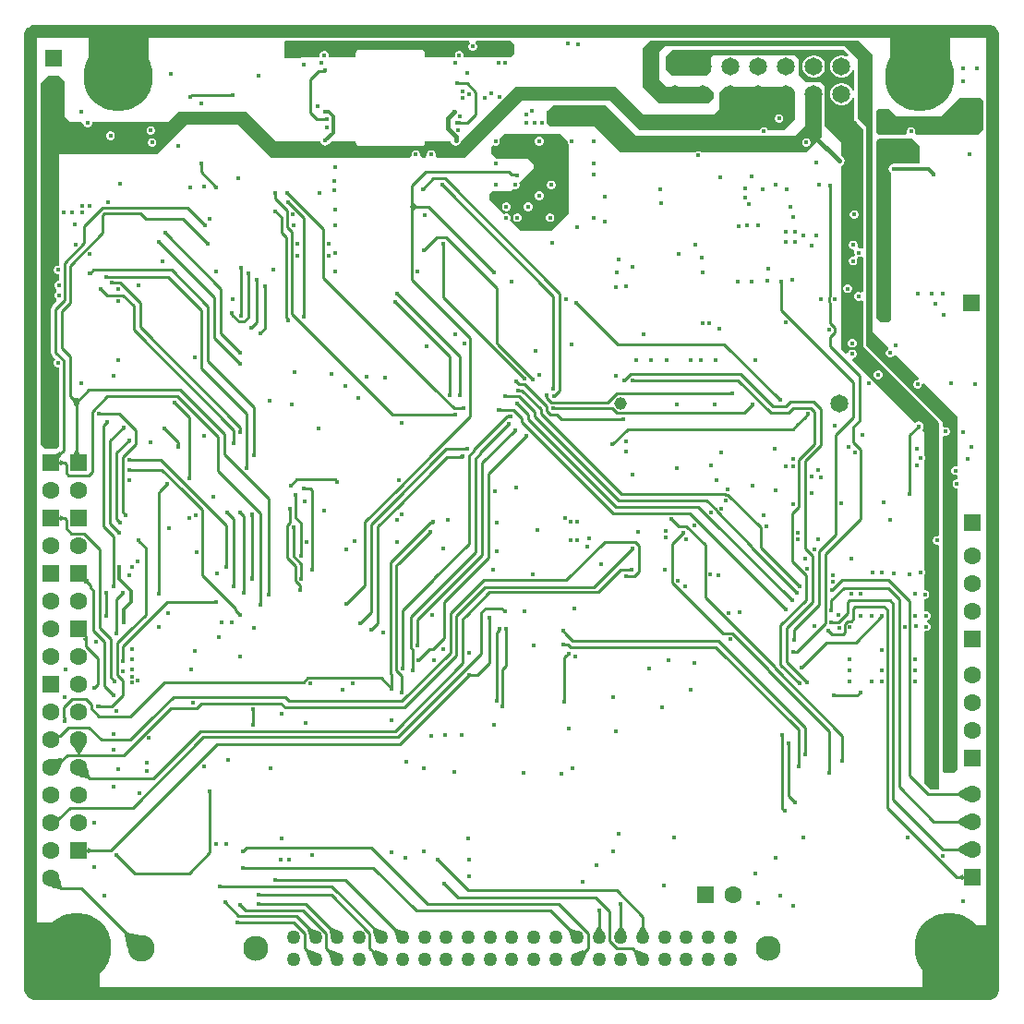
<source format=gbr>
G04*
G04 #@! TF.GenerationSoftware,Altium Limited,Altium Designer,24.9.1 (31)*
G04*
G04 Layer_Physical_Order=4*
G04 Layer_Color=15254943*
%FSLAX44Y44*%
%MOMM*%
G71*
G04*
G04 #@! TF.SameCoordinates,95152EAB-924E-4990-96F7-4EF775BF21D2*
G04*
G04*
G04 #@! TF.FilePolarity,Positive*
G04*
G01*
G75*
%ADD10C,0.3000*%
%ADD14C,0.4000*%
%ADD55R,6.8000X6.4000*%
%ADD56R,6.5000X6.7000*%
%ADD103C,1.5240*%
%ADD104C,0.5000*%
%ADD106C,0.2800*%
%ADD107C,1.2000*%
%ADD125C,1.6500*%
%ADD126C,1.1500*%
%ADD128R,1.6000X1.6000*%
%ADD129C,1.6000*%
%ADD130C,1.2580*%
%ADD132C,2.3000*%
%ADD133C,2.4500*%
%ADD135R,1.6000X1.6000*%
%ADD136C,6.3500*%
%ADD137C,0.4000*%
G36*
X452000Y879265D02*
Y870000D01*
X449000Y867000D01*
X406307D01*
X405669Y867954D01*
Y869546D01*
X405060Y871016D01*
X403935Y872141D01*
X402464Y872750D01*
X400873D01*
X399403Y872141D01*
X398278Y871016D01*
X397669Y869546D01*
Y867954D01*
X397031Y867000D01*
X370059D01*
Y871000D01*
X369826Y872170D01*
X369163Y873163D01*
X368171Y873826D01*
X367000Y874059D01*
X310000D01*
X308829Y873826D01*
X307837Y873163D01*
X307174Y872170D01*
X306941Y871000D01*
Y867000D01*
X282805D01*
X282000Y868204D01*
Y869796D01*
X281391Y871266D01*
X280266Y872391D01*
X278796Y873000D01*
X277204D01*
X275734Y872391D01*
X274609Y871266D01*
X274000Y869796D01*
Y868204D01*
X273195Y867000D01*
X242000D01*
Y881922D01*
X410603D01*
X411266Y879922D01*
X410609Y879266D01*
X410000Y877796D01*
Y876204D01*
X410609Y874734D01*
X411734Y873609D01*
X413204Y873000D01*
X414796D01*
X416266Y873609D01*
X417391Y874734D01*
X418000Y876204D01*
Y877796D01*
X417391Y879266D01*
X416734Y879922D01*
X417397Y881922D01*
X448936D01*
X452000Y879265D01*
D02*
G37*
G36*
X753733Y873941D02*
X758420Y869254D01*
X757193Y867653D01*
X756156Y868251D01*
X753549Y868950D01*
X750851D01*
X748244Y868251D01*
X745906Y866902D01*
X743998Y864994D01*
X742648Y862656D01*
X741950Y860049D01*
Y857351D01*
X742648Y854744D01*
X743998Y852406D01*
X745906Y850498D01*
X748244Y849148D01*
X750851Y848450D01*
X753549D01*
X756156Y849148D01*
X758494Y850498D01*
X760402Y852406D01*
X761751Y854744D01*
X761941Y855452D01*
X763941Y855189D01*
Y836812D01*
X761941Y836548D01*
X761751Y837256D01*
X760402Y839594D01*
X758494Y841502D01*
X756156Y842851D01*
X753549Y843550D01*
X750851D01*
X748244Y842851D01*
X745906Y841502D01*
X743998Y839594D01*
X742648Y837256D01*
X741950Y834649D01*
Y831951D01*
X742648Y829344D01*
X743998Y827006D01*
X745906Y825098D01*
X748244Y823748D01*
X750851Y823050D01*
X753549D01*
X756156Y823748D01*
X758494Y825098D01*
X760402Y827006D01*
X761751Y829344D01*
X761941Y830052D01*
X763941Y829789D01*
Y811000D01*
X764174Y809829D01*
X764837Y808837D01*
X766000Y807674D01*
Y807000D01*
X771941Y801059D01*
Y692544D01*
X771190Y692027D01*
X769941Y691525D01*
X768796Y692000D01*
X768252D01*
X766855Y693856D01*
X767000Y694204D01*
Y695796D01*
X766391Y697266D01*
X765266Y698391D01*
X763796Y699000D01*
X762204D01*
X760734Y698391D01*
X759609Y697266D01*
X759000Y695796D01*
Y694204D01*
X759609Y692734D01*
X760734Y691609D01*
X762204Y691000D01*
X762748D01*
X764145Y689145D01*
X764000Y688796D01*
Y687204D01*
X764453Y686111D01*
X763743Y684913D01*
X763173Y684373D01*
X761831D01*
X760361Y683764D01*
X759236Y682639D01*
X758627Y681169D01*
Y679577D01*
X759236Y678107D01*
X760361Y676982D01*
X761831Y676373D01*
X763423D01*
X764893Y676982D01*
X766018Y678107D01*
X766627Y679577D01*
Y681169D01*
X766174Y682262D01*
X766884Y683459D01*
X767454Y684000D01*
X768796D01*
X769941Y684474D01*
X771190Y683973D01*
X771941Y683456D01*
Y652544D01*
X771190Y652027D01*
X769941Y651525D01*
X768796Y652000D01*
X767204D01*
X765734Y651391D01*
X764609Y650266D01*
X764000Y648796D01*
Y647204D01*
X764609Y645734D01*
X765734Y644609D01*
X767204Y644000D01*
X768796D01*
X769941Y644474D01*
X771190Y643973D01*
X771941Y643456D01*
Y603000D01*
X771941Y603000D01*
X772174Y601829D01*
X772837Y600837D01*
X772837Y600837D01*
X841941Y531733D01*
Y529252D01*
X842000Y528956D01*
Y528655D01*
X842000Y528655D01*
Y519345D01*
X842000Y519345D01*
Y519044D01*
X841941Y518748D01*
Y472000D01*
Y429525D01*
X839941Y428000D01*
X839204D01*
X837734Y427391D01*
X836609Y426266D01*
X836000Y424796D01*
Y423204D01*
X836609Y421734D01*
X837734Y420609D01*
X839204Y420000D01*
X840796D01*
X841941Y419235D01*
X841941Y213000D01*
X842000Y212705D01*
Y196000D01*
X833344D01*
X828000Y201345D01*
Y340195D01*
X829204Y341000D01*
X830796D01*
X832266Y341609D01*
X833391Y342734D01*
X834000Y344204D01*
Y345796D01*
X833391Y347266D01*
X832266Y348391D01*
X830796Y349000D01*
X830303Y350000D01*
X830796Y351000D01*
X832266Y351609D01*
X833391Y352734D01*
X834000Y354204D01*
Y355796D01*
X833391Y357266D01*
X832266Y358391D01*
X830796Y359000D01*
X829204D01*
X828000Y359805D01*
Y370500D01*
X829396D01*
X830866Y371109D01*
X831991Y372234D01*
X832600Y373704D01*
Y375296D01*
X831991Y376766D01*
X830866Y377891D01*
X829396Y378500D01*
X828000D01*
Y392343D01*
X828391Y392734D01*
X829000Y394204D01*
Y395796D01*
X828391Y397266D01*
X828000Y397657D01*
Y497343D01*
X828391Y497734D01*
X829000Y499204D01*
Y500796D01*
X828391Y502266D01*
X828000Y502657D01*
Y523000D01*
X825807Y525193D01*
X826217Y525603D01*
X827189Y527059D01*
X827531Y528775D01*
X827189Y530492D01*
X826217Y531948D01*
X824761Y532920D01*
X823045Y533262D01*
X821328Y532920D01*
X819872Y531948D01*
X819462Y531538D01*
X762000Y589000D01*
X762796Y591000D01*
X764266Y591609D01*
X765391Y592734D01*
X766000Y594204D01*
Y595796D01*
X765391Y597266D01*
X764266Y598391D01*
X762796Y599000D01*
X761204D01*
X759734Y598391D01*
X758609Y597266D01*
X758000Y595796D01*
X756000Y595000D01*
X752000Y599000D01*
Y767323D01*
X753605Y768395D01*
X754710Y770049D01*
X755098Y772000D01*
X754710Y773951D01*
X753605Y775605D01*
X752000Y777210D01*
Y789000D01*
X737059Y803941D01*
Y836000D01*
X737059Y836000D01*
X737000Y836295D01*
Y840000D01*
X733000Y844000D01*
X729296D01*
X729000Y844059D01*
X729000Y844059D01*
X724000D01*
X723704Y844000D01*
X720000D01*
X713000Y851000D01*
Y865000D01*
X709000Y869000D01*
X635000D01*
X633000Y867000D01*
Y854000D01*
X629000Y850000D01*
X597000D01*
X591000Y856000D01*
Y868000D01*
X596941Y873941D01*
X753733Y873941D01*
D02*
G37*
G36*
X851522Y862622D02*
X846900Y858000D01*
X801900D01*
X796422Y863478D01*
Y891001D01*
X851522D01*
Y862622D01*
D02*
G37*
G36*
X116622D02*
X112000Y858000D01*
X67000D01*
X61522Y863478D01*
Y891001D01*
X116622D01*
Y862622D01*
D02*
G37*
G36*
X881922Y827078D02*
Y800922D01*
X877000Y796000D01*
X821252Y796000D01*
X819915Y798000D01*
X820000Y798204D01*
Y799796D01*
X819391Y801266D01*
X818266Y802391D01*
X816796Y803000D01*
X815204D01*
X813734Y802391D01*
X812609Y801266D01*
X812000Y799796D01*
Y798204D01*
X812085Y798000D01*
X810748Y796000D01*
X787000D01*
X784059Y798941D01*
Y818059D01*
X786000Y820000D01*
X796000D01*
X803000Y813000D01*
X843000D01*
X860000Y830000D01*
X879000D01*
X881922Y827078D01*
D02*
G37*
G36*
X402911Y808425D02*
X402449Y805625D01*
X401347Y805700D01*
X401669Y808482D01*
X402911Y808425D01*
D02*
G37*
G36*
X40000Y845000D02*
Y813000D01*
X45000Y808000D01*
X55085D01*
X57000Y806204D01*
X57609Y804734D01*
X58734Y803609D01*
X60204Y803000D01*
X61796D01*
X63266Y803609D01*
X64391Y804734D01*
X65000Y806204D01*
Y807796D01*
X65136Y808000D01*
X135000Y808000D01*
X144000Y817000D01*
X207000D01*
X234000Y790000D01*
X274562D01*
X274761Y789001D01*
X275756Y787513D01*
X277244Y786518D01*
X279000Y786169D01*
X280756Y786518D01*
X282244Y787513D01*
X284731Y790000D01*
X306941D01*
Y789000D01*
X307174Y787830D01*
X307837Y786837D01*
X308829Y786174D01*
X310000Y785941D01*
X367000D01*
X368171Y786174D01*
X369163Y786837D01*
X369826Y787830D01*
X370059Y789000D01*
Y790000D01*
X393651D01*
X393790Y789299D01*
X394895Y787645D01*
X396549Y786540D01*
X398500Y786152D01*
X400451Y786540D01*
X402105Y787645D01*
X403210Y789299D01*
X403436Y790436D01*
X433000Y820000D01*
X440144Y827144D01*
X441266Y827609D01*
X442391Y828734D01*
X442855Y829856D01*
X453000Y840000D01*
X545000D01*
X570000Y815000D01*
X635000D01*
X640000Y820000D01*
Y835000D01*
X645000Y840000D01*
X705000D01*
X710000Y835000D01*
Y810000D01*
X700000Y800000D01*
X684915D01*
X684391Y801266D01*
X683266Y802391D01*
X681796Y803000D01*
X680204D01*
X678734Y802391D01*
X677609Y801266D01*
X677085Y800000D01*
X567000D01*
X540000Y827000D01*
X459000D01*
X407000Y775000D01*
X381252D01*
X379915Y777000D01*
X380000Y777204D01*
Y778796D01*
X379391Y780266D01*
X378266Y781391D01*
X376796Y782000D01*
X375204D01*
X373734Y781391D01*
X372609Y780266D01*
X372000Y778796D01*
Y777204D01*
X372085Y777000D01*
X370748Y775000D01*
X367252D01*
X365915Y777000D01*
X366000Y777204D01*
Y778796D01*
X365391Y780266D01*
X364266Y781391D01*
X362796Y782000D01*
X361204D01*
X359734Y781391D01*
X358609Y780266D01*
X358000Y778796D01*
Y777204D01*
X358085Y777000D01*
X356748Y775000D01*
X229000D01*
X199000Y805000D01*
X152000D01*
X125000Y778000D01*
X35000D01*
Y725796D01*
Y724204D01*
Y676136D01*
X34796Y676000D01*
X33204D01*
X31734Y675391D01*
X30609Y674266D01*
X30000Y672796D01*
Y671204D01*
X30609Y669734D01*
X31734Y668609D01*
X33204Y668000D01*
X34796D01*
X35000Y667863D01*
Y662000D01*
X34004D01*
X32534Y661391D01*
X31409Y660266D01*
X30800Y658796D01*
Y657204D01*
X31409Y655734D01*
X32534Y654609D01*
X32598Y654582D01*
Y652418D01*
X32534Y652391D01*
X31409Y651266D01*
X30800Y649796D01*
Y648204D01*
X31409Y646734D01*
X32238Y645906D01*
X32549Y644954D01*
X32584Y643424D01*
X28628Y639468D01*
X27655Y638012D01*
X27314Y636295D01*
X27314Y636295D01*
Y596130D01*
X27314Y596130D01*
X27655Y594413D01*
X28628Y592957D01*
X31464Y590121D01*
X30609Y589266D01*
X30000Y587796D01*
Y586204D01*
X30609Y584734D01*
X31734Y583609D01*
X33204Y583000D01*
X34414D01*
Y510414D01*
X32000Y508000D01*
X22000D01*
X18078Y511922D01*
Y843078D01*
X25000Y850000D01*
X35000D01*
X40000Y845000D01*
D02*
G37*
G36*
X734000Y836000D02*
Y794000D01*
X720000Y780000D01*
X623657D01*
X623266Y780391D01*
X621796Y781000D01*
X620204D01*
X618734Y780391D01*
X618343Y780000D01*
X550000D01*
X526000Y804000D01*
X485000Y804000D01*
X482000Y807000D01*
Y818000D01*
X483000D01*
X488000Y823000D01*
X536000Y823000D01*
X564000Y795000D01*
X710000D01*
X719000Y804000D01*
Y836000D01*
X724000Y841000D01*
X729000D01*
X734000Y836000D01*
D02*
G37*
G36*
X824000Y786000D02*
Y771000D01*
X823000Y770000D01*
X799000D01*
X798228Y769228D01*
X796756Y768244D01*
X795761Y766756D01*
X795412Y765000D01*
X795761Y763244D01*
X796756Y761756D01*
X798000Y760924D01*
Y627000D01*
X795000Y624000D01*
X788000D01*
X784059Y627941D01*
Y790059D01*
X786951Y792951D01*
X787000Y792941D01*
X787000Y792941D01*
X810748D01*
X811044Y793000D01*
X811345D01*
X811345Y793000D01*
X817000D01*
X824000Y786000D01*
D02*
G37*
G36*
X501000Y790000D02*
Y789204D01*
X501609Y787734D01*
X502000Y787343D01*
Y724000D01*
X486000Y708000D01*
X458000D01*
X448328Y717672D01*
X448391Y717734D01*
X449000Y719204D01*
Y720796D01*
X448391Y722266D01*
X447266Y723391D01*
X445796Y724000D01*
X444204D01*
X442734Y723391D01*
X442672Y723328D01*
X429500Y736500D01*
Y741500D01*
X432000Y744000D01*
X449000D01*
X451419Y746419D01*
X452430Y746000D01*
X454021D01*
X455491Y746609D01*
X456616Y747734D01*
X457225Y749204D01*
Y750796D01*
X456806Y751806D01*
X470000Y765000D01*
Y769000D01*
X465000Y774000D01*
X436000D01*
X431000Y779000D01*
Y785000D01*
X432672Y786672D01*
X432734Y786609D01*
X434204Y786000D01*
X435796D01*
X437266Y786609D01*
X438391Y787734D01*
X439000Y789204D01*
Y790796D01*
X438391Y792266D01*
X438328Y792328D01*
X443000Y797000D01*
X494000Y797000D01*
X501000Y790000D01*
D02*
G37*
G36*
X453742Y760555D02*
X453420Y757773D01*
X452178Y757830D01*
X452640Y760630D01*
X453742Y760555D01*
D02*
G37*
G36*
X362200Y731400D02*
Y728600D01*
X359400Y725800D01*
X356600Y730000D01*
X359400Y734200D01*
X362200Y731400D01*
D02*
G37*
G36*
X54180Y552200D02*
X52200Y547420D01*
X49400D01*
X47420Y552200D01*
X48820Y554760D01*
X52780D01*
X54180Y552200D01*
D02*
G37*
G36*
X440800Y545200D02*
X440400Y542400D01*
X439281Y542464D01*
X439561Y545250D01*
X440800Y545200D01*
D02*
G37*
G36*
X447872Y536445D02*
X446770Y536370D01*
X446308Y539170D01*
X447550Y539227D01*
X447872Y536445D01*
D02*
G37*
G36*
X778000Y872000D02*
X781000Y869000D01*
Y615000D01*
X795045Y600955D01*
X794734Y599391D01*
X793609Y598266D01*
X793000Y596796D01*
Y595204D01*
X793609Y593734D01*
X794734Y592609D01*
X796204Y592000D01*
X797796D01*
X799266Y592609D01*
X799914Y593257D01*
X802354Y593646D01*
X823144Y572855D01*
X822171Y571000D01*
X821204D01*
X819734Y570391D01*
X818609Y569266D01*
X818000Y567796D01*
Y566204D01*
X818609Y564734D01*
X819734Y563609D01*
X821204Y563000D01*
X822796D01*
X824266Y563609D01*
X825391Y564734D01*
X826000Y566204D01*
Y567172D01*
X827856Y568144D01*
X859000Y537000D01*
Y492805D01*
X857796Y492000D01*
X856204D01*
X854734Y491391D01*
X853609Y490266D01*
X853000Y488796D01*
Y487204D01*
X853609Y485734D01*
X854734Y484609D01*
X856204Y484000D01*
X857796D01*
X859000Y483195D01*
Y480136D01*
X858796Y480000D01*
X857204D01*
X855734Y479391D01*
X854609Y478266D01*
X854000Y476796D01*
Y475204D01*
X854609Y473734D01*
X855734Y472609D01*
X857204Y472000D01*
X858796D01*
X859000Y471863D01*
Y214000D01*
X856000Y211000D01*
X847000D01*
X845000Y213000D01*
X845000Y472000D01*
Y518748D01*
X847000Y520085D01*
X847204Y520000D01*
X848796D01*
X850266Y520609D01*
X851391Y521734D01*
X852000Y523204D01*
Y524796D01*
X851391Y526266D01*
X850266Y527391D01*
X848796Y528000D01*
X847204D01*
X847000Y527915D01*
X845000Y529252D01*
Y533000D01*
X775000Y603000D01*
Y803000D01*
X767000Y811000D01*
Y865000D01*
X755000Y877000D01*
X590000Y877000D01*
X585000Y872000D01*
X585000Y847000D01*
X592000Y840000D01*
X630000D01*
X635000Y835000D01*
Y830000D01*
X630000Y825000D01*
X585000D01*
X570000Y840000D01*
Y875000D01*
X576922Y881922D01*
X768077D01*
X778000Y872000D01*
D02*
G37*
G36*
X145227Y511580D02*
X142445Y511258D01*
X142370Y512360D01*
X145170Y512822D01*
X145227Y511580D01*
D02*
G37*
G36*
X53600Y503239D02*
X48000D01*
X49400Y506069D01*
X52200D01*
X53600Y503239D01*
D02*
G37*
G36*
X403742Y499445D02*
X402640Y499370D01*
X402178Y502170D01*
X403420Y502227D01*
X403742Y499445D01*
D02*
G37*
G36*
X37349Y503270D02*
X35339Y499310D01*
X31410Y503239D01*
X35370Y505249D01*
X37349Y503270D01*
D02*
G37*
G36*
X38170Y496700D02*
Y493900D01*
X35339Y492500D01*
Y498100D01*
X38170Y496700D01*
D02*
G37*
G36*
X213250Y446439D02*
X213200Y445200D01*
X210400Y445600D01*
X210464Y446719D01*
X213250Y446439D01*
D02*
G37*
G36*
X38170Y445900D02*
Y443100D01*
X35339Y441700D01*
Y447300D01*
X38170Y445900D01*
D02*
G37*
G36*
X213200Y390800D02*
X213136Y389681D01*
X210350Y389961D01*
X210400Y391200D01*
X213200Y390800D01*
D02*
G37*
G36*
X62749Y385731D02*
X60770Y383751D01*
X56810Y385731D01*
X60770Y389690D01*
X62749Y385731D01*
D02*
G37*
G36*
X60800Y332131D02*
X58000D01*
X56600Y334930D01*
X60770D01*
X60800Y332131D01*
D02*
G37*
G36*
X72822Y273170D02*
X72359Y270370D01*
X71258Y270445D01*
X71580Y273227D01*
X72822Y273170D01*
D02*
G37*
G36*
X214425Y266397D02*
X211625Y266348D01*
X211618Y267554D01*
X214418Y267589D01*
X214425Y266397D01*
D02*
G37*
G36*
X41227Y259580D02*
X38445Y259258D01*
X38370Y260359D01*
X41170Y260822D01*
X41227Y259580D01*
D02*
G37*
G36*
X54200Y228624D02*
X51400D01*
X47200Y235587D01*
X58400D01*
X54200Y228624D01*
D02*
G37*
G36*
X38483Y221503D02*
X35032Y213501D01*
X29951Y223482D01*
X37160Y224140D01*
X38483Y221503D01*
D02*
G37*
G36*
X62754Y207926D02*
X60774Y205946D01*
X52880Y207900D01*
X60800Y215820D01*
X62754Y207926D01*
D02*
G37*
G36*
X866287Y185800D02*
X859324Y190000D01*
Y192800D01*
X866287Y197000D01*
Y185800D01*
D02*
G37*
G36*
Y160400D02*
X859324Y164600D01*
Y167400D01*
X866287Y171600D01*
Y160400D01*
D02*
G37*
G36*
X63569Y141100D02*
Y138300D01*
X60739Y136900D01*
Y142500D01*
X63569Y141100D01*
D02*
G37*
G36*
X866287Y135000D02*
X859324Y139200D01*
Y142000D01*
X866287Y146200D01*
Y135000D01*
D02*
G37*
G36*
X864061Y112400D02*
X861230Y113800D01*
Y116600D01*
X864061Y118000D01*
Y112400D01*
D02*
G37*
G36*
X37354Y106326D02*
X35374Y104346D01*
X27480Y106300D01*
X35400Y114220D01*
X37354Y106326D01*
D02*
G37*
G36*
X574403Y64492D02*
X565597D01*
X568600Y69906D01*
X571400D01*
X574403Y64492D01*
D02*
G37*
G36*
X554403D02*
X545597D01*
X548600Y69906D01*
X551400D01*
X554403Y64492D01*
D02*
G37*
G36*
X534403D02*
X525597D01*
X528600Y69906D01*
X531400D01*
X534403Y64492D01*
D02*
G37*
G36*
X291286Y66157D02*
X283870Y61409D01*
X282847Y67079D01*
X285273Y68612D01*
X291286Y66157D01*
D02*
G37*
G36*
X331286D02*
X323870Y61409D01*
X322847Y67079D01*
X325274Y68612D01*
X331286Y66157D01*
D02*
G37*
G36*
X271286D02*
X263870Y61409D01*
X262847Y67079D01*
X265273Y68612D01*
X271286Y66157D01*
D02*
G37*
G36*
X509937Y66290D02*
X503710Y60063D01*
X502005Y66015D01*
X503985Y67995D01*
X509937Y66290D01*
D02*
G37*
G36*
X349937D02*
X343710Y60063D01*
X342005Y66015D01*
X343985Y67995D01*
X349937Y66290D01*
D02*
G37*
G36*
X109878Y62249D02*
X97751Y50122D01*
X95208Y62813D01*
X97187Y64792D01*
X109878Y62249D01*
D02*
G37*
G36*
X569937Y46290D02*
X563710Y40063D01*
X562005Y46015D01*
X563985Y47995D01*
X569937Y46290D01*
D02*
G37*
G36*
X517995Y46015D02*
X516290Y40063D01*
X510063Y46290D01*
X516015Y47995D01*
X517995Y46015D01*
D02*
G37*
G36*
X329937Y46290D02*
X323710Y40063D01*
X322005Y46015D01*
X323985Y47995D01*
X329937Y46290D01*
D02*
G37*
G36*
X289937D02*
X283710Y40063D01*
X282005Y46015D01*
X283985Y47995D01*
X289937Y46290D01*
D02*
G37*
G36*
X269937D02*
X263710Y40063D01*
X262005Y46015D01*
X263985Y47995D01*
X269937Y46290D01*
D02*
G37*
%LPC*%
G36*
X728149Y868950D02*
X725451D01*
X722844Y868251D01*
X720506Y866902D01*
X718598Y864994D01*
X717249Y862656D01*
X716550Y860049D01*
Y857351D01*
X717249Y854744D01*
X718598Y852406D01*
X720506Y850498D01*
X722844Y849148D01*
X725451Y848450D01*
X728149D01*
X730756Y849148D01*
X733094Y850498D01*
X735002Y852406D01*
X736351Y854744D01*
X737050Y857351D01*
Y860049D01*
X736351Y862656D01*
X735002Y864994D01*
X733094Y866902D01*
X730756Y868251D01*
X728149Y868950D01*
D02*
G37*
G36*
X764796Y726765D02*
X763204D01*
X761734Y726155D01*
X760609Y725030D01*
X760000Y723560D01*
Y721969D01*
X760609Y720499D01*
X761734Y719373D01*
X763204Y718764D01*
X764796D01*
X766266Y719373D01*
X767391Y720499D01*
X768000Y721969D01*
Y723560D01*
X767391Y725030D01*
X766266Y726155D01*
X764796Y726765D01*
D02*
G37*
G36*
X758796Y659000D02*
X757204D01*
X755734Y658391D01*
X754609Y657266D01*
X754000Y655796D01*
Y654204D01*
X754609Y652734D01*
X755734Y651609D01*
X757204Y651000D01*
X758796D01*
X760266Y651609D01*
X761391Y652734D01*
X762000Y654204D01*
Y655796D01*
X761391Y657266D01*
X760266Y658391D01*
X758796Y659000D01*
D02*
G37*
G36*
X762796Y609000D02*
X761204D01*
X759734Y608391D01*
X758609Y607266D01*
X758000Y605796D01*
Y604204D01*
X758609Y602734D01*
X759734Y601609D01*
X761204Y601000D01*
X762796D01*
X764266Y601609D01*
X765391Y602734D01*
X766000Y604204D01*
Y605796D01*
X765391Y607266D01*
X764266Y608391D01*
X762796Y609000D01*
D02*
G37*
G36*
X786796Y580000D02*
X785204D01*
X783734Y579391D01*
X782609Y578266D01*
X782000Y576796D01*
Y575204D01*
X782609Y573734D01*
X783734Y572609D01*
X785204Y572000D01*
X786796D01*
X788266Y572609D01*
X789391Y573734D01*
X790000Y575204D01*
Y576796D01*
X789391Y578266D01*
X788266Y579391D01*
X786796Y580000D01*
D02*
G37*
G36*
X695796Y815000D02*
X694204D01*
X692734Y814391D01*
X691609Y813266D01*
X691000Y811796D01*
Y810204D01*
X691609Y808734D01*
X692734Y807609D01*
X694204Y807000D01*
X695796D01*
X697266Y807609D01*
X698391Y808734D01*
X699000Y810204D01*
Y811796D01*
X698391Y813266D01*
X697266Y814391D01*
X695796Y815000D01*
D02*
G37*
G36*
X119796Y804000D02*
X118204D01*
X116734Y803391D01*
X115609Y802266D01*
X115000Y800796D01*
Y799204D01*
X115609Y797734D01*
X116734Y796609D01*
X118204Y796000D01*
X119796D01*
X121266Y796609D01*
X122391Y797734D01*
X123000Y799204D01*
Y800796D01*
X122391Y802266D01*
X121266Y803391D01*
X119796Y804000D01*
D02*
G37*
G36*
X82796Y799000D02*
X81204D01*
X79734Y798391D01*
X78609Y797266D01*
X78000Y795796D01*
Y794204D01*
X78609Y792734D01*
X79734Y791609D01*
X81204Y791000D01*
X82796D01*
X84266Y791609D01*
X85391Y792734D01*
X86000Y794204D01*
Y795796D01*
X85391Y797266D01*
X84266Y798391D01*
X82796Y799000D01*
D02*
G37*
G36*
X120796Y793000D02*
X119204D01*
X117734Y792391D01*
X116609Y791266D01*
X116000Y789796D01*
Y788204D01*
X116609Y786734D01*
X117734Y785609D01*
X119204Y785000D01*
X120796D01*
X122266Y785609D01*
X123391Y786734D01*
X124000Y788204D01*
Y789796D01*
X123391Y791266D01*
X122266Y792391D01*
X120796Y793000D01*
D02*
G37*
G36*
X720796D02*
X719204D01*
X717734Y792391D01*
X716609Y791266D01*
X716000Y789796D01*
Y788204D01*
X716609Y786734D01*
X717734Y785609D01*
X719204Y785000D01*
X720796D01*
X722266Y785609D01*
X723391Y786734D01*
X724000Y788204D01*
Y789796D01*
X723391Y791266D01*
X722266Y792391D01*
X720796Y793000D01*
D02*
G37*
G36*
X475796Y794000D02*
X474204D01*
X472734Y793391D01*
X471609Y792266D01*
X471000Y790796D01*
Y789204D01*
X471609Y787734D01*
X472734Y786609D01*
X474204Y786000D01*
X475796D01*
X477266Y786609D01*
X478391Y787734D01*
X479000Y789204D01*
Y790796D01*
X478391Y792266D01*
X477266Y793391D01*
X475796Y794000D01*
D02*
G37*
G36*
X486795Y753998D02*
X485203D01*
X483733Y753390D01*
X482608Y752264D01*
X481999Y750794D01*
Y749203D01*
X482608Y747733D01*
X483733Y746608D01*
X485203Y745999D01*
X486795D01*
X488265Y746608D01*
X489390Y747733D01*
X489999Y749203D01*
Y750794D01*
X489390Y752264D01*
X488265Y753390D01*
X486795Y753998D01*
D02*
G37*
G36*
X475796Y744000D02*
X474204D01*
X472734Y743391D01*
X471609Y742266D01*
X471000Y740796D01*
Y739204D01*
X471609Y737734D01*
X472734Y736609D01*
X474204Y736000D01*
X475796D01*
X477266Y736609D01*
X478391Y737734D01*
X479000Y739204D01*
Y740796D01*
X478391Y742266D01*
X477266Y743391D01*
X475796Y744000D01*
D02*
G37*
G36*
X465796Y734000D02*
X464204D01*
X462734Y733391D01*
X461609Y732266D01*
X461000Y730796D01*
Y729204D01*
X461609Y727734D01*
X462734Y726609D01*
X464204Y726000D01*
X465796D01*
X467266Y726609D01*
X468391Y727734D01*
X469000Y729204D01*
Y730796D01*
X468391Y732266D01*
X467266Y733391D01*
X465796Y734000D01*
D02*
G37*
G36*
X445796Y734000D02*
X444204D01*
X442734Y733391D01*
X441609Y732266D01*
X441000Y730796D01*
Y729204D01*
X441609Y727734D01*
X442734Y726609D01*
X444204Y726000D01*
X445796D01*
X447266Y726609D01*
X448391Y727734D01*
X449000Y729204D01*
Y730796D01*
X448391Y732266D01*
X447266Y733391D01*
X445796Y734000D01*
D02*
G37*
G36*
X485796Y724000D02*
X484204D01*
X482734Y723391D01*
X481609Y722266D01*
X481000Y720796D01*
Y719204D01*
X481609Y717734D01*
X482734Y716609D01*
X484204Y716000D01*
X485796D01*
X487266Y716609D01*
X488391Y717734D01*
X489000Y719204D01*
Y720796D01*
X488391Y722266D01*
X487266Y723391D01*
X485796Y724000D01*
D02*
G37*
G36*
X455796D02*
X454204D01*
X452734Y723391D01*
X451609Y722266D01*
X451000Y720796D01*
Y719204D01*
X451609Y717734D01*
X452734Y716609D01*
X454204Y716000D01*
X455796D01*
X457266Y716609D01*
X458391Y717734D01*
X459000Y719204D01*
Y720796D01*
X458391Y722266D01*
X457266Y723391D01*
X455796Y724000D01*
D02*
G37*
%LPD*%
D10*
X279000Y790757D02*
X286000Y797757D01*
Y813000D01*
X279191Y816809D02*
X282191D01*
X286000Y813000D01*
X279000Y817000D02*
X279191Y816809D01*
X800000Y765000D02*
X832000D01*
X837000Y760000D01*
X90000Y389000D02*
X101000Y378000D01*
X94000Y360635D02*
X101000Y367635D01*
Y378000D01*
X94000Y349000D02*
Y360635D01*
X90000Y389000D02*
Y400000D01*
D14*
X726800Y795200D02*
Y833300D01*
Y795200D02*
X750000Y772000D01*
X391000Y802000D02*
Y811000D01*
X397000Y817000D01*
X391000Y802000D02*
X398500Y794500D01*
Y791250D02*
Y794500D01*
D55*
X860700Y39000D02*
D03*
D56*
X39500Y40500D02*
D03*
D103*
X50800Y73660D02*
D03*
X27940Y50800D02*
D03*
X50800Y27940D02*
D03*
X73660Y50800D02*
D03*
X66965Y66965D02*
D03*
X34636D02*
D03*
Y34636D02*
D03*
X66965D02*
D03*
X850900Y73660D02*
D03*
X828040Y50800D02*
D03*
X850900Y27940D02*
D03*
X873760Y50800D02*
D03*
X867065Y66965D02*
D03*
X834735D02*
D03*
Y34636D02*
D03*
X867065D02*
D03*
X88900Y872060D02*
D03*
X66040Y849200D02*
D03*
X88900Y826340D02*
D03*
X111760Y849200D02*
D03*
X105064Y865365D02*
D03*
X72736D02*
D03*
Y833036D02*
D03*
X105064D02*
D03*
X823800Y872060D02*
D03*
X800940Y849200D02*
D03*
X823800Y826340D02*
D03*
X846660Y849200D02*
D03*
X839965Y865365D02*
D03*
X807635D02*
D03*
Y833036D02*
D03*
X839965D02*
D03*
D104*
X888022Y891004D02*
D03*
X877002Y891001D02*
D03*
X865982D02*
D03*
X854962D02*
D03*
X843942D02*
D03*
X832922D02*
D03*
X821902D02*
D03*
X810882D02*
D03*
X799862D02*
D03*
X788842D02*
D03*
X777822D02*
D03*
X766802D02*
D03*
X755782D02*
D03*
X744762D02*
D03*
X733742D02*
D03*
X722722D02*
D03*
X711702D02*
D03*
X700682D02*
D03*
X689662D02*
D03*
X678642D02*
D03*
X667622D02*
D03*
X656602D02*
D03*
X645582D02*
D03*
X634562D02*
D03*
X623542D02*
D03*
X612522D02*
D03*
X601502D02*
D03*
X590482D02*
D03*
X579462D02*
D03*
X568442D02*
D03*
X557422D02*
D03*
X546402D02*
D03*
X535382D02*
D03*
X524362D02*
D03*
X513342D02*
D03*
X502322D02*
D03*
X491302D02*
D03*
X480282D02*
D03*
X469262D02*
D03*
X458242D02*
D03*
X447222D02*
D03*
X436202D02*
D03*
X425182D02*
D03*
X414162D02*
D03*
X403142D02*
D03*
X392122D02*
D03*
X381102D02*
D03*
X370082D02*
D03*
X359062D02*
D03*
X348042D02*
D03*
X337022D02*
D03*
X326002D02*
D03*
X314982D02*
D03*
X303962D02*
D03*
X292942D02*
D03*
X281922D02*
D03*
X270902D02*
D03*
X259882D02*
D03*
X248862D02*
D03*
X237842D02*
D03*
X226822D02*
D03*
X215802D02*
D03*
X204782D02*
D03*
X193762D02*
D03*
X182742D02*
D03*
X171722D02*
D03*
X160702D02*
D03*
X149682D02*
D03*
X138662D02*
D03*
X127642D02*
D03*
X116622D02*
D03*
X105602D02*
D03*
X94582D02*
D03*
X83562D02*
D03*
X72542D02*
D03*
X61522D02*
D03*
X50502D02*
D03*
X39482D02*
D03*
X28462D02*
D03*
X17442D02*
D03*
X8999Y883919D02*
D03*
Y872899D02*
D03*
Y861879D02*
D03*
Y850859D02*
D03*
Y839839D02*
D03*
Y828819D02*
D03*
Y817799D02*
D03*
Y806779D02*
D03*
Y795759D02*
D03*
Y784739D02*
D03*
Y773719D02*
D03*
Y762699D02*
D03*
Y751679D02*
D03*
Y740659D02*
D03*
Y729639D02*
D03*
Y718619D02*
D03*
Y707599D02*
D03*
Y696579D02*
D03*
Y685559D02*
D03*
Y674539D02*
D03*
Y663519D02*
D03*
Y652499D02*
D03*
Y641479D02*
D03*
Y630459D02*
D03*
Y619439D02*
D03*
Y608419D02*
D03*
Y597399D02*
D03*
Y586379D02*
D03*
Y575359D02*
D03*
Y564339D02*
D03*
Y553319D02*
D03*
Y542299D02*
D03*
Y531279D02*
D03*
Y520259D02*
D03*
Y509239D02*
D03*
Y498219D02*
D03*
Y487199D02*
D03*
Y476179D02*
D03*
Y465159D02*
D03*
Y454139D02*
D03*
Y443119D02*
D03*
Y432099D02*
D03*
Y421079D02*
D03*
Y410059D02*
D03*
Y399039D02*
D03*
Y388019D02*
D03*
Y376999D02*
D03*
Y365979D02*
D03*
Y354959D02*
D03*
Y343939D02*
D03*
Y332919D02*
D03*
Y321899D02*
D03*
Y310879D02*
D03*
Y299859D02*
D03*
Y288839D02*
D03*
Y277819D02*
D03*
Y266800D02*
D03*
Y255779D02*
D03*
Y244760D02*
D03*
Y233739D02*
D03*
Y222719D02*
D03*
Y211700D02*
D03*
Y200679D02*
D03*
Y189660D02*
D03*
Y178640D02*
D03*
Y167619D02*
D03*
Y156600D02*
D03*
Y145580D02*
D03*
Y134559D02*
D03*
Y123540D02*
D03*
Y112520D02*
D03*
Y101500D02*
D03*
Y90480D02*
D03*
Y79460D02*
D03*
Y68440D02*
D03*
Y57420D02*
D03*
Y46400D02*
D03*
Y35380D02*
D03*
Y24360D02*
D03*
Y13340D02*
D03*
X19128Y8999D02*
D03*
X30148D02*
D03*
X41168D02*
D03*
X52188D02*
D03*
X63208D02*
D03*
X74228D02*
D03*
X85248D02*
D03*
X96268D02*
D03*
X107288D02*
D03*
X118308D02*
D03*
X129328D02*
D03*
X140348D02*
D03*
X151368D02*
D03*
X162388D02*
D03*
X173408D02*
D03*
X184428D02*
D03*
X195448D02*
D03*
X206468D02*
D03*
X217488D02*
D03*
X228508D02*
D03*
X239528D02*
D03*
X250548D02*
D03*
X261568D02*
D03*
X272588D02*
D03*
X283608D02*
D03*
X294628D02*
D03*
X305648D02*
D03*
X316668D02*
D03*
X327688D02*
D03*
X338708D02*
D03*
X349728D02*
D03*
X360748D02*
D03*
X371768D02*
D03*
X382788D02*
D03*
X393808D02*
D03*
X404828D02*
D03*
X415848D02*
D03*
X426868D02*
D03*
X437888D02*
D03*
X448908D02*
D03*
X459928D02*
D03*
X470948D02*
D03*
X481968D02*
D03*
X492988D02*
D03*
X504008D02*
D03*
X515028D02*
D03*
X526048D02*
D03*
X537068D02*
D03*
X548088D02*
D03*
X559108D02*
D03*
X570128D02*
D03*
X581148D02*
D03*
X592168D02*
D03*
X603188D02*
D03*
X614208D02*
D03*
X625228D02*
D03*
X636248D02*
D03*
X647268D02*
D03*
X658288D02*
D03*
X669308D02*
D03*
X680328D02*
D03*
X691348D02*
D03*
X702368D02*
D03*
X713388D02*
D03*
X724408D02*
D03*
X735428D02*
D03*
X746448D02*
D03*
X757468D02*
D03*
X768488D02*
D03*
X779508D02*
D03*
X790528D02*
D03*
X801548D02*
D03*
X812568D02*
D03*
X823588D02*
D03*
X834608D02*
D03*
X845628D02*
D03*
X856648D02*
D03*
X867668D02*
D03*
X878688D02*
D03*
X889695Y9522D02*
D03*
X891001Y20464D02*
D03*
Y31484D02*
D03*
Y42504D02*
D03*
Y53524D02*
D03*
Y64544D02*
D03*
Y75564D02*
D03*
Y86584D02*
D03*
Y97604D02*
D03*
Y108624D02*
D03*
Y119644D02*
D03*
Y130664D02*
D03*
Y141684D02*
D03*
Y152704D02*
D03*
Y163724D02*
D03*
Y174744D02*
D03*
Y185764D02*
D03*
Y196784D02*
D03*
Y207804D02*
D03*
Y218824D02*
D03*
Y229844D02*
D03*
Y240864D02*
D03*
Y251884D02*
D03*
Y262904D02*
D03*
Y273924D02*
D03*
Y284944D02*
D03*
Y295964D02*
D03*
Y306984D02*
D03*
Y318004D02*
D03*
Y329024D02*
D03*
Y340044D02*
D03*
Y351064D02*
D03*
Y362084D02*
D03*
Y373104D02*
D03*
Y384124D02*
D03*
Y395144D02*
D03*
Y406164D02*
D03*
Y417184D02*
D03*
Y428204D02*
D03*
Y439224D02*
D03*
Y450244D02*
D03*
Y461264D02*
D03*
Y472284D02*
D03*
Y483304D02*
D03*
Y494324D02*
D03*
Y505344D02*
D03*
Y516364D02*
D03*
Y527384D02*
D03*
Y538404D02*
D03*
Y549424D02*
D03*
Y560444D02*
D03*
Y571464D02*
D03*
Y582484D02*
D03*
Y593504D02*
D03*
Y604524D02*
D03*
Y615544D02*
D03*
Y626564D02*
D03*
Y637584D02*
D03*
Y648604D02*
D03*
Y659624D02*
D03*
Y670644D02*
D03*
Y681664D02*
D03*
Y692684D02*
D03*
Y703704D02*
D03*
Y714724D02*
D03*
Y725743D02*
D03*
Y736764D02*
D03*
Y747784D02*
D03*
Y758803D02*
D03*
Y769824D02*
D03*
Y780844D02*
D03*
Y791863D02*
D03*
Y802884D02*
D03*
Y813904D02*
D03*
Y824923D02*
D03*
Y835944D02*
D03*
Y846964D02*
D03*
Y857983D02*
D03*
Y869003D02*
D03*
Y880023D02*
D03*
D106*
X654370Y344700D02*
X654432D01*
X690600Y307493D02*
Y308532D01*
X627201Y371869D02*
X654370Y344700D01*
X654432D02*
X690600Y308532D01*
X627201Y371869D02*
Y419899D01*
X265000Y816000D02*
Y847000D01*
X272800Y854800D01*
X265000Y816000D02*
X271000Y810000D01*
X280000D01*
X272800Y854800D02*
X278800D01*
X279000Y855000D01*
X39770Y258230D02*
Y261608D01*
X39400Y261978D02*
X39770Y261608D01*
Y258230D02*
X40000Y258000D01*
X36808Y104892D02*
X55108D01*
X110000Y50000D01*
X27400Y114300D02*
X36808Y104892D01*
X155000Y831000D02*
X156000Y832000D01*
X194000D01*
X45100Y179100D02*
X102170D01*
X27400Y165100D02*
X30972D01*
X34949Y169077D01*
X35077D01*
X45100Y179100D01*
X30972Y241300D02*
X34503Y244831D01*
X27400Y241300D02*
X30972D01*
X34503Y244831D02*
X35522D01*
X43392Y252700D01*
X42300Y227300D02*
X53000D01*
X27400Y215900D02*
X30900D01*
X42300Y227300D01*
X53000D02*
X94370D01*
X52800Y227500D02*
Y241300D01*
Y227500D02*
X53000Y227300D01*
X417000Y815000D02*
Y835000D01*
X400140Y843000D02*
X409000D01*
X417000Y835000D01*
X409000Y807000D02*
X417000Y815000D01*
X52800Y215900D02*
X62700Y206000D01*
X120868D01*
X164168Y249300D01*
X342705D01*
X405000Y311595D01*
Y352000D01*
X408000Y355000D01*
X429786Y376786D01*
X440000D01*
X500000D01*
X528989D01*
X540202Y388000D01*
X549202Y397000D01*
X560000D01*
X347000Y237000D02*
X411000Y301000D01*
X179798Y237000D02*
X347000D01*
X82498Y139700D02*
X179798Y237000D01*
X52800Y139700D02*
X82498D01*
X46978Y279000D02*
X59000D01*
X39400Y271422D02*
X46978Y279000D01*
X39400Y261978D02*
Y271422D01*
X443675Y359000D02*
X444000D01*
X440675Y362000D02*
X443675Y359000D01*
X426000Y362000D02*
X440675D01*
X422000Y358000D02*
X426000Y362000D01*
X422000Y320393D02*
Y358000D01*
X345607Y244000D02*
X422000Y320393D01*
X167070Y244000D02*
X345607D01*
X102170Y179100D02*
X167070Y244000D01*
X525086Y381086D02*
X561000Y417000D01*
X425086Y381086D02*
X525086D01*
X399200Y355200D02*
X425086Y381086D01*
X399200Y318725D02*
Y355200D01*
X351475Y271000D02*
X399200Y318725D01*
X242000Y271000D02*
X351475D01*
X238200Y274800D02*
X242000Y271000D01*
X165600Y274800D02*
X238200D01*
X160900Y270100D02*
X165600Y274800D01*
X137170Y270100D02*
X160900D01*
X94370Y227300D02*
X137170Y270100D01*
X555000Y391000D02*
X562202D01*
X566800Y395598D01*
Y419402D01*
X563402Y422800D02*
X566800Y419402D01*
X534800Y422800D02*
X563402D01*
X500000Y388000D02*
X534800Y422800D01*
X440000Y388000D02*
X500000D01*
X424000D02*
X440000D01*
X393400Y357400D02*
X424000Y388000D01*
X393400Y355000D02*
Y357400D01*
Y321127D02*
Y355000D01*
X349273Y277000D02*
X393400Y321127D01*
X246000Y277000D02*
X349273D01*
X242400Y280600D02*
X246000Y277000D01*
X160000Y280600D02*
X242400D01*
X139468D02*
X160000D01*
X118868Y260000D02*
X139468Y280600D01*
X100168Y241300D02*
X118868Y260000D01*
X73608Y241300D02*
X100168D01*
X62208Y252700D02*
X73608Y241300D01*
X43392Y252700D02*
X62208D01*
X70000Y272000D02*
X70230Y271770D01*
X73048Y654952D02*
X79000Y649000D01*
X93000D01*
X63325Y669000D02*
X66325Y672000D01*
X63000Y669000D02*
X63325D01*
X66325Y672000D02*
X138000D01*
X93000Y649000D02*
X103000Y639000D01*
X83000Y660300D02*
X90700D01*
X109000Y642000D01*
X37100Y634100D02*
X45000Y642000D01*
Y676000D01*
X31800Y636295D02*
X39700Y644195D01*
Y678450D01*
X37100Y600799D02*
Y634100D01*
X31800Y596130D02*
Y636295D01*
X37100Y600799D02*
X45000Y592899D01*
X213025Y254625D02*
Y268975D01*
X213000Y269000D02*
X213025Y268975D01*
Y254625D02*
X213050Y254600D01*
X39700Y678450D02*
X57802Y696552D01*
X45000Y676000D02*
X75000Y706000D01*
X38900Y506800D02*
Y589030D01*
X45000Y556600D02*
Y592899D01*
X27400Y495300D02*
X38900Y506800D01*
X45000Y556600D02*
X50800Y550800D01*
X31800Y596130D02*
X38900Y589030D01*
X76640Y723900D02*
X109201D01*
X152800Y729200D02*
X169000Y713000D01*
X75000Y722260D02*
X76640Y723900D01*
X75000Y706000D02*
Y722260D01*
X74445Y729200D02*
X152800D01*
X57802Y712557D02*
X74445Y729200D01*
X57802Y696552D02*
Y712557D01*
X114101Y719000D02*
X148000D01*
X171000Y696000D01*
X109201Y723900D02*
X114101Y719000D01*
X375000Y385280D02*
X377720Y388000D01*
X411030Y421309D02*
Y501827D01*
X377720Y388000D02*
X379000Y389280D01*
X411030Y421309D01*
X350000Y360280D02*
X375000Y385280D01*
X298000Y366000D02*
X315000Y383000D01*
Y441000D02*
X346000Y472000D01*
X315000Y383000D02*
Y441000D01*
X321000Y358000D02*
Y439000D01*
X346000Y464000D01*
X311000Y348000D02*
X321000Y358000D01*
X327000Y437000D02*
X346000Y456000D01*
X321000Y342000D02*
X327000Y348000D01*
Y437000D01*
X500000Y318351D02*
X501858Y320209D01*
Y320534D01*
X814750Y467000D02*
Y520481D01*
X794400Y178600D02*
X857800Y115200D01*
X267000Y397000D02*
Y470360D01*
X406175Y807025D02*
X406200Y807000D01*
X409000D01*
X400089Y807255D02*
X400319Y807025D01*
X406175D01*
X206337Y142000D02*
X320739D01*
X203200Y138862D02*
X206337Y142000D01*
X320739D02*
X372298Y90442D01*
X203200Y124000D02*
X322839D01*
X799700Y186300D02*
X845400Y140600D01*
X805000Y198000D02*
Y370505D01*
Y198000D02*
X837000Y166000D01*
X794400Y178600D02*
Y360600D01*
X765235Y330635D02*
X789100Y354500D01*
X791300Y363700D02*
X794400Y360600D01*
X799700Y186300D02*
Y366300D01*
X795202Y380302D02*
X805000Y370505D01*
X797000Y369000D02*
X799700Y366300D01*
X795000Y388000D02*
X815000Y368000D01*
Y208000D02*
X831600Y191400D01*
X815000Y208000D02*
Y368000D01*
X715300Y307400D02*
X738535Y330635D01*
X765235D01*
X753460Y338000D02*
X755100Y339640D01*
X743323Y338000D02*
X753460D01*
X740323Y340999D02*
X743323Y338000D01*
X755100Y339640D02*
Y347030D01*
X739998Y340999D02*
X740323D01*
X764940Y363700D02*
X791300D01*
X759640Y369000D02*
X797000D01*
X763300Y351940D02*
Y362060D01*
X764940Y363700D01*
X761360Y350000D02*
X763300Y351940D01*
X758070Y350000D02*
X761360D01*
X758000Y357000D02*
Y367360D01*
X759640Y369000D01*
X742000Y623405D02*
X746239Y619166D01*
X742000Y610868D02*
X746239Y615107D01*
X742000Y602000D02*
Y610868D01*
Y623405D02*
Y642070D01*
Y602000D02*
X769000Y575000D01*
Y534000D02*
Y575000D01*
X746239Y615107D02*
Y619166D01*
X742000Y658000D02*
Y749000D01*
X741100Y642970D02*
Y647030D01*
Y642970D02*
X742000Y642070D01*
Y647930D02*
Y658000D01*
X741100Y647030D02*
X742000Y647930D01*
X64200Y269800D02*
Y273800D01*
X59000Y279000D02*
X64200Y273800D01*
X262970Y297900D02*
X330100D01*
X340000Y288000D01*
X238500Y706500D02*
X242700Y702300D01*
Y628625D02*
X245000Y626325D01*
X242700Y628625D02*
Y702300D01*
X248000Y631798D02*
X340598Y539200D01*
X248000Y631798D02*
Y707000D01*
X243800Y711200D02*
X248000Y707000D01*
X245000Y626000D02*
Y626325D01*
X238500Y706500D02*
Y720500D01*
X233000Y726000D02*
X238500Y720500D01*
X243800Y711200D02*
Y726200D01*
X232800Y737200D02*
X243800Y726200D01*
X193000Y633000D02*
X193230Y632770D01*
Y631275D02*
X199805Y624700D01*
X193230Y631275D02*
Y632770D01*
X244000Y408000D02*
X251700Y400300D01*
X244000Y408000D02*
Y437495D01*
X246700Y440195D01*
Y453000D01*
X251700Y386805D02*
Y400300D01*
Y386805D02*
X256000Y382505D01*
Y379000D02*
Y382505D01*
X257000Y389000D02*
Y402505D01*
X250000Y409505D02*
X257000Y402505D01*
X250000Y409505D02*
Y436000D01*
X71000Y263000D02*
X100000D01*
X64200Y269800D02*
X71000Y263000D01*
X131000Y294000D02*
X259070D01*
X100000Y263000D02*
X131000Y294000D01*
X259070D02*
X262970Y297900D01*
X493936Y561036D02*
Y571000D01*
X489000Y556100D02*
X493936Y561036D01*
X482000Y557000D02*
X482230Y556770D01*
X486200Y550800D02*
X537860D01*
X482230Y554770D02*
Y556770D01*
Y554770D02*
X486200Y550800D01*
X700000Y176000D02*
Y176240D01*
X698000Y178240D02*
Y246000D01*
Y178240D02*
X700000Y176240D01*
X546202Y103000D02*
X570000Y79202D01*
X410200Y103000D02*
X546202D01*
X382200Y131000D02*
X410200Y103000D01*
X346000Y472000D02*
X379000Y505000D01*
X411800Y537800D01*
Y571000D01*
X857800Y115200D02*
X872000D01*
X429000Y312000D02*
Y353000D01*
X418000Y301000D02*
X429000Y312000D01*
X411000Y301000D02*
X418000D01*
X377415Y324415D02*
X387600Y334600D01*
X374614Y324415D02*
X377415D01*
X364199Y314000D02*
X374614Y324415D01*
X711084Y322084D02*
X737500Y348500D01*
Y411368D01*
X708084Y322084D02*
X711084D01*
X708000Y322000D02*
X708084Y322084D01*
X346000Y456000D02*
X379000Y489000D01*
X390770Y500770D01*
X404770D01*
X379000Y497000D02*
X390000Y508000D01*
X346000Y464000D02*
X379000Y497000D01*
X390000Y508000D02*
X409000D01*
X252000Y445000D02*
Y466000D01*
X257000Y410000D02*
Y440000D01*
X252000Y445000D02*
X257000Y440000D01*
X138000Y672000D02*
X171400Y638600D01*
X126200Y697899D02*
X177200Y646899D01*
X78000Y666000D02*
X135000D01*
X165600Y635400D01*
X103000Y617000D02*
Y639000D01*
X109000Y620000D02*
Y642000D01*
X103000Y617000D02*
X195000Y525000D01*
X454770Y759230D02*
X455000Y759000D01*
X756300Y355300D02*
X758000Y357000D01*
X755875Y355300D02*
X756300D01*
X749575Y349000D02*
X755875Y355300D01*
X742800Y349000D02*
X749575D01*
X755100Y347030D02*
X758070Y350000D01*
X743000Y360000D02*
Y369000D01*
X754303Y380302D02*
X795202D01*
X743000Y369000D02*
X754303Y380302D01*
X752565Y388000D02*
X795000D01*
X370800Y761800D02*
X447400D01*
X449970Y759230D01*
X454770D01*
X202000Y630000D02*
Y674000D01*
X211000Y619000D02*
X216000Y624000D01*
Y663000D01*
X232800Y737200D02*
Y742500D01*
X259000Y629000D02*
Y720000D01*
X245000Y734000D02*
X259000Y720000D01*
X244000Y742500D02*
X277100Y709400D01*
Y664698D02*
Y709400D01*
X204195Y624700D02*
X208000Y628505D01*
X199805Y624700D02*
X204195D01*
X208000Y628505D02*
Y669000D01*
X224000Y619000D02*
Y657000D01*
X93300Y327098D02*
X100000Y333798D01*
X93300Y313000D02*
Y327098D01*
X88000Y301000D02*
X93000Y296000D01*
X88000Y301000D02*
Y330000D01*
X93000Y281798D02*
Y296000D01*
X82200Y298800D02*
Y333562D01*
Y298800D02*
X86000Y295000D01*
X100000Y333798D02*
Y334000D01*
X133600Y367600D01*
X87000Y370000D02*
X93101Y376101D01*
X87000Y339000D02*
Y370000D01*
X719000Y496988D02*
X730000Y507988D01*
X719000Y469750D02*
Y496988D01*
Y417070D02*
Y469750D01*
Y417070D02*
X725900Y410170D01*
X733465Y511452D02*
Y518000D01*
X730000Y507988D02*
X733465Y511452D01*
X712900Y454970D02*
Y469750D01*
X727665Y512665D02*
Y518000D01*
X712900Y469750D02*
Y497900D01*
X727665Y512665D01*
X747100Y429170D02*
Y521100D01*
X763000Y537000D02*
Y569250D01*
X747100Y521100D02*
X763000Y537000D01*
Y513930D02*
Y528000D01*
X769000Y534000D01*
X697000Y635250D02*
X763000Y569250D01*
Y513930D02*
X769900Y507030D01*
X70230Y271770D02*
X82973D01*
X93000Y281798D01*
X76400Y290600D02*
X85000Y282000D01*
X76400Y290600D02*
Y331159D01*
X70600Y292600D02*
Y315822D01*
X67000Y289000D02*
X70600Y292600D01*
X100000Y342000D02*
X114000Y356000D01*
X108000Y423675D02*
X114000Y417675D01*
Y356000D02*
Y417675D01*
X126000Y467800D02*
X128200Y470000D01*
X126000Y374995D02*
Y467800D01*
X358000Y749000D02*
X370800Y761800D01*
X358000Y730000D02*
Y749000D01*
X133600Y367600D02*
X160000D01*
X88000Y330000D02*
X100000Y342000D01*
X831600Y191400D02*
X872000D01*
X837000Y166000D02*
X872000D01*
X845400Y140600D02*
X872000D01*
X743465Y378900D02*
X752565Y388000D01*
X438200Y543800D02*
X451532D01*
X438000Y544000D02*
X438200Y543800D01*
X451532D02*
X459000Y536332D01*
X456028Y561800D02*
X459200D01*
X455980Y561848D02*
X456028Y561800D01*
X459200D02*
X476400Y544600D01*
X444000Y556000D02*
X456797D01*
X470600Y542197D01*
X45992Y430500D02*
X57522D01*
X39600Y444500D02*
X41400Y442700D01*
Y435092D02*
Y442700D01*
Y435092D02*
X45992Y430500D01*
X27400Y444500D02*
X39600D01*
X57522Y430500D02*
X72200Y415822D01*
X78000Y355000D02*
Y376000D01*
X50800Y497300D02*
Y550800D01*
Y497300D02*
X52800Y495300D01*
X65200Y542402D02*
X79193Y556395D01*
X65200Y486892D02*
Y542402D01*
X62208Y483900D02*
X65200Y486892D01*
X43392Y483900D02*
X62208D01*
X41400Y485892D02*
Y493500D01*
X39600Y495300D02*
X41400Y493500D01*
X27400Y495300D02*
X39600D01*
X41400Y485892D02*
X43392Y483900D01*
X219000Y365000D02*
Y449202D01*
X180285Y487917D02*
X219000Y449202D01*
X180285Y487917D02*
Y519108D01*
X142998Y556395D02*
X180285Y519108D01*
X79193Y556395D02*
X142998D01*
X59400Y327022D02*
X70600Y315822D01*
X59400Y327022D02*
Y336300D01*
X52800Y342900D02*
X59400Y336300D01*
X72200Y343562D02*
Y415822D01*
Y343562D02*
X82200Y333562D01*
X63760Y380740D02*
Y382740D01*
X52800Y393700D02*
X63760Y382740D01*
Y380740D02*
X66400Y378100D01*
Y341159D02*
Y378100D01*
Y341159D02*
X76400Y331159D01*
X297200Y112800D02*
X350000Y60000D01*
X233000Y112800D02*
X297200D01*
X85000Y382000D02*
Y427798D01*
X75800Y436997D02*
Y529475D01*
X79000Y532675D01*
X71000Y540000D02*
X90202D01*
X79000Y532675D02*
Y533000D01*
X201000Y523000D02*
Y528000D01*
X109000Y620000D02*
X201000Y528000D01*
X195000Y513000D02*
Y525000D01*
X207000Y490200D02*
Y540202D01*
X165600Y581602D02*
X207000Y540202D01*
X165600Y581602D02*
Y635400D01*
X171400Y588243D02*
X213601Y546042D01*
X171400Y588243D02*
Y638600D01*
X213601Y502601D02*
Y546042D01*
X173000Y138000D02*
Y194000D01*
X154000Y119000D02*
X173000Y138000D01*
X104000Y119000D02*
X154000D01*
X87000Y136000D02*
X104000Y119000D01*
X196494Y360171D02*
X201200Y355465D01*
X196494Y360171D02*
Y361506D01*
X165900Y392100D02*
X196494Y361506D01*
X165900Y392100D02*
Y452102D01*
X219000Y614000D02*
X224000Y619000D01*
X177200Y609800D02*
X201000Y586000D01*
X183000Y614000D02*
X201000Y596000D01*
X183000Y614000D02*
Y655000D01*
X177200Y609800D02*
Y646899D01*
X259000Y472000D02*
X265360D01*
X267000Y470360D01*
X252800Y479800D02*
X287875D01*
X247000Y474000D02*
X252800Y479800D01*
X373800Y730000D02*
X433800Y670000D01*
X428430Y408445D02*
Y484834D01*
X407985Y388000D02*
X428430Y408445D01*
X160000Y458002D02*
X165900Y452102D01*
X81600Y515600D02*
X94000Y528000D01*
X684800Y305090D02*
X741000Y248890D01*
X546210Y540850D02*
X564000D01*
X93200Y500402D02*
X104800Y512002D01*
X659405Y577000D02*
X689601Y546804D01*
X711625Y529750D02*
X718875Y537000D01*
X733465Y518000D02*
Y537000D01*
Y544794D01*
X277100Y664698D02*
X369798Y572000D01*
X690600Y307493D02*
X753000Y245093D01*
X402000Y571000D02*
Y593000D01*
X391000Y604000D02*
X402000Y593000D01*
X345000Y650000D02*
X391000Y604000D01*
X377770Y440770D02*
X378000Y441000D01*
X411800Y571000D02*
Y604000D01*
X375568Y440770D02*
X377770D01*
X338400Y302195D02*
Y403602D01*
X445000Y309500D02*
Y343000D01*
X104800Y512002D02*
Y525402D01*
X340598Y539200D02*
X346000D01*
X400759Y96242D02*
X527161D01*
X346000Y539200D02*
X379000D01*
X547693Y460700D02*
X564000D01*
X289675Y478000D02*
X290000D01*
X379000Y539200D02*
X398399D01*
X186085Y502912D02*
Y521510D01*
X470600Y537793D02*
X547693Y460700D01*
X287875Y479800D02*
X289675Y478000D01*
X186085Y502912D02*
X227000Y461998D01*
Y374000D02*
Y461998D01*
X560310Y49690D02*
X570000Y40000D01*
X545420Y454770D02*
X564000D01*
X464800Y535390D02*
X545420Y454770D01*
X709000Y342393D02*
X731700Y365093D01*
X128200Y470000D02*
X134000Y475800D01*
X644504Y604000D02*
X695900Y552604D01*
X550095Y466500D02*
X564000D01*
X379000Y562798D02*
X396798Y545000D01*
X476400Y540195D02*
X550095Y466500D01*
X369798Y572000D02*
X379000Y562798D01*
X160000Y466205D02*
X188000Y438205D01*
X156205Y470000D02*
X160000Y466205D01*
X128205Y498000D02*
X156205Y470000D01*
X493936Y571000D02*
Y604000D01*
X99000Y498000D02*
X128205D01*
X493936Y604000D02*
Y650466D01*
X506000Y332000D02*
X639523D01*
X565000Y577000D02*
X659405D01*
X387600Y367616D02*
X407985Y388000D01*
X597000Y448970D02*
X613030D01*
X387600Y355000D02*
Y367616D01*
X503598Y326200D02*
X637121D01*
X543018Y448970D02*
X564000D01*
X387600Y334600D02*
Y355000D01*
X99000Y489000D02*
X129002D01*
X459000Y532988D02*
X543018Y448970D01*
X422630Y410848D02*
Y495154D01*
X500000Y328770D02*
X501027D01*
X399782Y388000D02*
X422630Y410848D01*
X428430Y484834D02*
X463595Y520000D01*
X497230Y328770D02*
X500000D01*
X718875Y537000D02*
X721865Y539990D01*
X597000Y443170D02*
X602922Y437249D01*
X707870Y525995D02*
X711625Y529750D01*
X670000Y525995D02*
X707870D01*
X195000Y382000D02*
Y444000D01*
X597000Y525995D02*
X670000D01*
X488136Y562864D02*
Y571000D01*
X148002Y470000D02*
X160000Y458002D01*
X564000Y525995D02*
X597000D01*
X488136Y571000D02*
Y604000D01*
X129002Y489000D02*
X148002Y470000D01*
X557000Y525995D02*
X564000D01*
X488136Y604000D02*
Y648064D01*
X555995Y525995D02*
X557000D01*
X542000Y512000D02*
X555995Y525995D01*
X597000Y559150D02*
X651850D01*
X564000D02*
X597000D01*
Y454770D02*
X620712D01*
X375000Y363218D02*
X399782Y388000D01*
X363499Y351717D02*
X375000Y363218D01*
X368000Y746000D02*
X378000Y756000D01*
X437000Y604000D02*
X469000Y572000D01*
X404770Y500770D02*
X405000Y501000D01*
X564000Y466500D02*
X597000D01*
X108000Y423675D02*
Y424000D01*
X597000Y540850D02*
X662850D01*
X338400Y403602D02*
X375568Y440770D01*
X346000Y403000D02*
X375000Y432000D01*
X344200Y401200D02*
X346000Y403000D01*
X160000Y367600D02*
X179000D01*
X727665Y518000D02*
Y529750D01*
X344200Y304598D02*
Y401200D01*
X727665Y529750D02*
Y537000D01*
X547000Y604000D02*
X644504D01*
X597000Y460700D02*
X628642D01*
X564000Y540850D02*
X597000D01*
X369000Y690000D02*
X380800Y701800D01*
X597000Y466500D02*
X645570D01*
X559000Y577000D02*
X565000D01*
X358000Y663199D02*
X411800Y609399D01*
X375000Y371420D02*
X391580Y388000D01*
X435800Y605200D02*
X437000Y604000D01*
X204000Y376000D02*
Y446675D01*
X416830Y413250D02*
Y499425D01*
X143770Y510230D02*
Y514230D01*
X697000Y658000D02*
Y661000D01*
X509000Y642000D02*
X547000Y604000D01*
X553000Y571000D02*
X559000Y577000D01*
X411800Y604000D02*
Y609399D01*
X493262Y90442D02*
X519690Y64014D01*
X357699Y354119D02*
X375000Y371420D01*
X769900Y443768D02*
Y507030D01*
X485359Y84642D02*
X510000Y60000D01*
X597000Y571000D02*
X657202D01*
X391580Y388000D02*
X416830Y413250D01*
X131000Y527000D02*
X143770Y514230D01*
X697000Y635250D02*
Y658000D01*
X200347Y79585D02*
X200532Y79400D01*
X252506D01*
X270000Y61906D01*
Y60000D02*
Y61906D01*
X250104Y73600D02*
X259690Y64014D01*
Y50310D02*
Y64014D01*
Y50310D02*
X270000Y40000D01*
X708126Y545789D02*
X724267D01*
X279690Y50310D02*
Y64014D01*
X726670Y551589D02*
X733465Y544794D01*
X187000Y92000D02*
X199415Y79585D01*
X495748Y535050D02*
X552000D01*
X703340Y541004D02*
X708126Y545789D01*
X491598Y539200D02*
X495748Y535050D01*
X687199Y541004D02*
X703340D01*
X485598Y539200D02*
X491598D01*
X93200Y450125D02*
Y500402D01*
X414800Y505598D02*
Y507527D01*
X411030Y501827D02*
X414800Y505598D01*
X597100Y384970D02*
X643170Y338900D01*
X260906Y91000D02*
X290000Y61906D01*
X689601Y546804D02*
X700938D01*
X602922Y437249D02*
X609851D01*
X50800Y550800D02*
X62195Y562195D01*
X753000Y222000D02*
Y245093D01*
X81600Y439400D02*
Y515600D01*
Y439400D02*
X90000Y431000D01*
X87400Y504400D02*
X99000Y516000D01*
X87400Y443925D02*
Y504400D01*
Y443925D02*
X91000Y440325D01*
X319690Y50310D02*
X330000Y40000D01*
X597100Y421100D02*
X607449Y431449D01*
X338400Y302195D02*
X340000Y300595D01*
X322839Y124000D02*
X362198Y84642D01*
X441000Y305500D02*
X445000Y309500D01*
X510000Y40000D02*
X519690Y49690D01*
X93200Y450125D02*
X96000Y447325D01*
X388000Y109000D02*
X400759Y96242D01*
X62195Y562195D02*
X145400D01*
X90202Y540000D02*
X104800Y525402D01*
X145400Y562195D02*
X186085Y521510D01*
X527161Y96242D02*
X539690Y83713D01*
Y56606D02*
Y83713D01*
Y56606D02*
X546606Y49690D01*
X560310D01*
X201000Y449675D02*
Y450000D01*
X570000Y40000D02*
Y40000D01*
X201000Y449675D02*
X204000Y446675D01*
X570000Y60000D02*
Y79202D01*
X709000Y333000D02*
Y342393D01*
X396798Y545000D02*
X406000D01*
X182000Y107000D02*
X284906D01*
X704000Y190000D02*
Y238000D01*
X284906Y107000D02*
X330000Y61906D01*
X704000Y190000D02*
X710000Y184000D01*
X330000Y60000D02*
Y61906D01*
X358000Y730000D02*
X373800D01*
X597100Y384970D02*
Y421100D01*
X218000Y91000D02*
X260906D01*
X188000Y400000D02*
Y438205D01*
X643170Y338900D02*
X652030D01*
X290000Y60000D02*
Y61906D01*
X652030Y338900D02*
X684800Y306130D01*
X205800Y85200D02*
X258504D01*
X684800Y305090D02*
Y306130D01*
X258504Y85200D02*
X279690Y64014D01*
X388402Y756000D02*
X493936Y650466D01*
X705723Y551589D02*
X726670D01*
X199415Y79585D02*
X200347D01*
X700938Y546804D02*
X705723Y551589D01*
X378000Y756000D02*
X388402D01*
X713000Y217000D02*
Y250320D01*
X613030Y448970D02*
X701000Y361000D01*
X637121Y326200D02*
X713000Y250320D01*
X501027Y328770D02*
X503598Y326200D01*
X132000Y706000D02*
X183000Y655000D01*
X459000Y532988D02*
Y536332D01*
X482200Y542598D02*
Y547002D01*
X542060Y545000D02*
X546210Y540850D01*
X461602Y567600D02*
X482200Y547002D01*
X488000Y545000D02*
X542060D01*
X456725Y567600D02*
X461602D01*
X609851Y437249D02*
X627201Y419899D01*
X189000Y450000D02*
X195000Y444000D01*
X766312Y281636D02*
X769675Y285000D01*
X745566Y281636D02*
X766312D01*
X386000Y750200D02*
X488136Y648064D01*
X631008Y444992D02*
X707000Y369000D01*
X719000Y228000D02*
Y252523D01*
X630491Y444992D02*
X631008D01*
X639523Y332000D02*
X719000Y252523D01*
X537860Y550800D02*
X546210Y559150D01*
X620712Y454770D02*
X630491Y444992D01*
X75800Y436997D02*
X85000Y427798D01*
X363499Y327601D02*
Y351717D01*
X198129Y73600D02*
X250104D01*
X91000Y440000D02*
Y440325D01*
X662850Y540850D02*
X671000Y549000D01*
X476400Y540195D02*
Y544600D01*
X357699Y325199D02*
Y354119D01*
X669706Y417294D02*
X711000Y376000D01*
X669706Y417294D02*
Y418564D01*
X637300Y450970D02*
X669706Y418564D01*
X218001Y99201D02*
X284503D01*
X637300Y450970D02*
Y452042D01*
X340000Y288554D02*
Y300595D01*
X284503Y99201D02*
X319690Y64014D01*
X628642Y460700D02*
X637300Y452042D01*
X344200Y304598D02*
X349000Y299798D01*
X319690Y50310D02*
Y64014D01*
X724267Y545789D02*
X727665Y542392D01*
X349000Y284930D02*
Y299798D01*
X357699Y325199D02*
X358899Y323999D01*
X519690Y49690D02*
Y64014D01*
X96000Y447000D02*
Y447325D01*
X707100Y404970D02*
Y449170D01*
X731700Y413770D02*
X747100Y429170D01*
X702200Y343795D02*
X725900Y367495D01*
X389402Y701800D02*
X435800Y655402D01*
X737500Y411368D02*
X769900Y443768D01*
X372298Y90442D02*
X493262D01*
X645970Y466100D02*
X647830D01*
X719800Y369598D02*
Y392270D01*
X702200Y312298D02*
X720268Y294230D01*
X814750Y520481D02*
X823045Y528775D01*
X678100Y417900D02*
Y435830D01*
X436000Y339675D02*
X438804Y342479D01*
X696400Y309895D02*
Y346198D01*
X165000Y761700D02*
Y770000D01*
X362198Y84642D02*
X485359D01*
X441000Y272000D02*
Y305500D01*
X470600Y537793D02*
Y542197D01*
X657202Y571000D02*
X687199Y541004D01*
X720446Y294230D02*
X720749Y293927D01*
X420600Y503195D02*
Y505124D01*
X358899Y305101D02*
Y323999D01*
X731700Y365093D02*
Y413770D01*
X725900Y367495D02*
Y410170D01*
X380800Y701800D02*
X389402D01*
X645570Y466500D02*
X645970Y466100D01*
X279690Y50310D02*
X290000Y40000D01*
X707100Y404970D02*
X719800Y392270D01*
X358000Y663199D02*
Y730000D01*
X702200Y312298D02*
Y343795D01*
X435800Y605200D02*
Y655402D01*
X647830Y466100D02*
X678100Y435830D01*
X436000Y276800D02*
Y339675D01*
X696400Y346198D02*
X719800Y369598D01*
X165000Y761700D02*
X179000Y747700D01*
X678100Y417900D02*
X714000Y382000D01*
X438804Y342479D02*
Y342804D01*
X720268Y294230D02*
X720446D01*
X696400Y309895D02*
X713648Y292648D01*
X720749Y293749D02*
Y293927D01*
X416830Y499425D02*
X420600Y503195D01*
X143770Y510230D02*
X144000Y510000D01*
X498000Y316350D02*
X500000Y318351D01*
X498000Y276000D02*
Y316350D01*
X482200Y542598D02*
X485598Y539200D01*
X454325Y570000D02*
X456725Y567600D01*
X454000Y570000D02*
X454325D01*
X154000Y481000D02*
Y537190D01*
X140595Y550595D02*
X154000Y537190D01*
X769675Y285000D02*
X770000D01*
X500000Y338000D02*
X506000Y332000D01*
X497000Y341000D02*
X500000Y338000D01*
X497000Y329000D02*
X497230Y328770D01*
X651850Y559150D02*
X652000Y559000D01*
X546210Y559150D02*
X564000D01*
X596170Y444000D02*
X597000Y443170D01*
X707100Y449170D02*
X712900Y454970D01*
X727665Y537000D02*
Y542392D01*
X564000Y571000D02*
X597000D01*
X561000D02*
X564000D01*
X741000Y211000D02*
Y248890D01*
X420600Y505124D02*
X446856Y531380D01*
X448900Y537770D02*
X449130Y538000D01*
X445044Y537770D02*
X448900D01*
X414800Y507527D02*
X445044Y537770D01*
X350000Y307000D02*
Y360280D01*
X211800Y447800D02*
X212000Y448000D01*
X211800Y388600D02*
Y447800D01*
X211600Y388400D02*
X211800Y388600D01*
X422630Y495154D02*
X452855Y525380D01*
X393000Y557000D02*
Y571000D01*
Y593000D01*
X382000Y604000D02*
X393000Y593000D01*
X343000Y643000D02*
X382000Y604000D01*
X402000Y557000D02*
Y571000D01*
X387000Y647000D02*
Y696000D01*
Y647000D02*
X430000Y604000D01*
X461300Y572700D01*
X197944Y73785D02*
X198129Y73600D01*
X201000Y90000D02*
X205800Y85200D01*
X530000Y85200D02*
X530000Y85200D01*
X530000Y60000D02*
Y85200D01*
X550000Y60000D02*
Y91000D01*
X564000Y448970D02*
X597000D01*
X564000Y454770D02*
X597000D01*
X464800Y535390D02*
Y539795D01*
X454798Y549798D02*
X464800Y539795D01*
X564000Y460700D02*
X597000D01*
D107*
X891000Y888000D02*
G03*
X888000Y891000I-3000J0D01*
G01*
Y9000D02*
G03*
X891000Y12000I0J3000D01*
G01*
X12000Y891000D02*
G03*
X9000Y888000I0J-3000D01*
G01*
Y12000D02*
G03*
X12000Y9000I3000J0D01*
G01*
X9000Y12000D02*
Y888000D01*
X891000Y12000D02*
Y888000D01*
X12000Y891000D02*
X888000D01*
X12000Y9000D02*
X888000D01*
D125*
X750000Y550000D02*
D03*
X599800Y858700D02*
D03*
Y833300D02*
D03*
X625200Y858700D02*
D03*
Y833300D02*
D03*
X650600Y858700D02*
D03*
Y833300D02*
D03*
X676000Y858700D02*
D03*
Y833300D02*
D03*
X701400Y858700D02*
D03*
Y833300D02*
D03*
X726800Y858700D02*
D03*
Y833300D02*
D03*
X752200Y858700D02*
D03*
Y833300D02*
D03*
D126*
X550000Y550000D02*
D03*
D128*
X249000Y874000D02*
D03*
X52800Y139700D02*
D03*
X27400Y292100D02*
D03*
X872000Y333600D02*
D03*
Y224600D02*
D03*
Y115200D02*
D03*
X27400Y393700D02*
D03*
X30000Y866400D02*
D03*
X52800Y444500D02*
D03*
Y495300D02*
D03*
Y342900D02*
D03*
Y393700D02*
D03*
X27400Y444500D02*
D03*
Y495300D02*
D03*
X872000Y440000D02*
D03*
D129*
X52800Y292100D02*
D03*
Y266700D02*
D03*
Y241300D02*
D03*
Y165100D02*
D03*
Y190500D02*
D03*
Y215900D02*
D03*
X27400Y114300D02*
D03*
Y215900D02*
D03*
Y241300D02*
D03*
Y266700D02*
D03*
Y190500D02*
D03*
Y165100D02*
D03*
Y139700D02*
D03*
X872000Y359000D02*
D03*
Y384400D02*
D03*
Y409800D02*
D03*
Y250000D02*
D03*
Y275400D02*
D03*
Y300800D02*
D03*
Y140600D02*
D03*
Y166000D02*
D03*
Y191400D02*
D03*
X27400Y368300D02*
D03*
Y342900D02*
D03*
Y317500D02*
D03*
X653000Y99000D02*
D03*
X30000Y841000D02*
D03*
X52800Y419100D02*
D03*
Y469900D02*
D03*
Y317500D02*
D03*
Y368300D02*
D03*
X27400Y419100D02*
D03*
Y469900D02*
D03*
D130*
X250000Y40000D02*
D03*
Y60000D02*
D03*
X270000Y40000D02*
D03*
Y60000D02*
D03*
X290000Y40000D02*
D03*
Y60000D02*
D03*
X310000Y40000D02*
D03*
Y60000D02*
D03*
X330000Y40000D02*
D03*
Y60000D02*
D03*
X350000Y40000D02*
D03*
Y60000D02*
D03*
X370000Y40000D02*
D03*
Y60000D02*
D03*
X390000Y40000D02*
D03*
Y60000D02*
D03*
X410000Y40000D02*
D03*
Y60000D02*
D03*
X430000Y40000D02*
D03*
Y60000D02*
D03*
X450000Y40000D02*
D03*
Y60000D02*
D03*
X470000Y40000D02*
D03*
Y60000D02*
D03*
X490000Y40000D02*
D03*
Y60000D02*
D03*
X510000Y40000D02*
D03*
Y60000D02*
D03*
X530000Y40000D02*
D03*
Y60000D02*
D03*
X550000Y40000D02*
D03*
Y60000D02*
D03*
X570000Y40000D02*
D03*
Y60000D02*
D03*
X590000Y40000D02*
D03*
Y60000D02*
D03*
X610000Y40000D02*
D03*
Y60000D02*
D03*
X630000Y40000D02*
D03*
Y60000D02*
D03*
X650000Y40000D02*
D03*
Y60000D02*
D03*
D132*
X215000Y50000D02*
D03*
X685000D02*
D03*
D133*
X110000D02*
D03*
D135*
X627600Y99000D02*
D03*
X871000Y642000D02*
D03*
D136*
X50800Y50800D02*
D03*
X850900D02*
D03*
X88900Y849200D02*
D03*
X823800D02*
D03*
D137*
X649000Y357000D02*
D03*
X608999Y381999D02*
D03*
X137000Y852000D02*
D03*
X218000Y850000D02*
D03*
X279000Y817000D02*
D03*
X213101Y344000D02*
D03*
X201000Y318000D02*
D03*
X40000Y258000D02*
D03*
X547539Y155000D02*
D03*
X155000Y831000D02*
D03*
X164893Y824808D02*
D03*
X194000Y832000D02*
D03*
X870000Y778000D02*
D03*
X181000Y335000D02*
D03*
X837000Y760000D02*
D03*
X793000Y817000D02*
D03*
X788600Y805000D02*
D03*
X848998Y813998D02*
D03*
X853998D02*
D03*
X472000Y598000D02*
D03*
X499000Y445000D02*
D03*
X411000Y833000D02*
D03*
X439000Y831000D02*
D03*
X609813Y425044D02*
D03*
X259000Y860000D02*
D03*
X70000Y272000D02*
D03*
X675623Y91377D02*
D03*
X73048Y654952D02*
D03*
X63000Y669000D02*
D03*
X89000Y655000D02*
D03*
Y644000D02*
D03*
X83000Y660300D02*
D03*
X34800Y649000D02*
D03*
X213050Y254600D02*
D03*
X34800Y658000D02*
D03*
X63000Y731000D02*
D03*
X56000Y725000D02*
D03*
X80000Y734100D02*
D03*
X545000Y575000D02*
D03*
X725000Y694000D02*
D03*
X717000Y704000D02*
D03*
X729000D02*
D03*
X708000Y721000D02*
D03*
X705000Y730000D02*
D03*
X511000Y879000D02*
D03*
X501000Y880000D02*
D03*
X453700Y472200D02*
D03*
X99000Y392000D02*
D03*
X701000Y624000D02*
D03*
X822000Y567000D02*
D03*
X853000Y568000D02*
D03*
X864000Y845000D02*
D03*
X876000Y857000D02*
D03*
X864000D02*
D03*
X720000Y789000D02*
D03*
X695000Y811000D02*
D03*
X681000Y799000D02*
D03*
X250000Y713000D02*
D03*
X34000Y672000D02*
D03*
X305774Y423569D02*
D03*
X119000Y800000D02*
D03*
X91000Y751000D02*
D03*
X108000Y658000D02*
D03*
X55000Y817000D02*
D03*
X546000Y670000D02*
D03*
X763000Y695000D02*
D03*
X758000Y655000D02*
D03*
X845000Y650000D02*
D03*
X835000D02*
D03*
X746000Y529000D02*
D03*
X800524Y393939D02*
D03*
X681000Y447000D02*
D03*
X712000Y425000D02*
D03*
X640000Y618000D02*
D03*
X663981Y747026D02*
D03*
X521000Y426000D02*
D03*
X434000Y255000D02*
D03*
X436000Y414000D02*
D03*
X473000Y434000D02*
D03*
X469000Y393000D02*
D03*
X126007Y344459D02*
D03*
X135000Y357000D02*
D03*
X835054Y198882D02*
D03*
X835000Y207000D02*
D03*
Y215000D02*
D03*
X850000Y217000D02*
D03*
X561000Y484000D02*
D03*
X470000Y328000D02*
D03*
X406867Y604237D02*
D03*
X475000Y576000D02*
D03*
X571000Y613000D02*
D03*
X500000Y645000D02*
D03*
X487000Y697000D02*
D03*
X561000Y675000D02*
D03*
X636253Y548528D02*
D03*
X670000Y758000D02*
D03*
X729000Y771000D02*
D03*
X701000Y707000D02*
D03*
Y698000D02*
D03*
X710000D02*
D03*
Y707000D02*
D03*
X657000Y661000D02*
D03*
X670000D02*
D03*
X875000Y567000D02*
D03*
X791000Y459000D02*
D03*
X733000Y482000D02*
D03*
X725018Y482957D02*
D03*
X731000Y489000D02*
D03*
X507900Y317900D02*
D03*
X501858Y320534D02*
D03*
X345000Y443000D02*
D03*
X436000Y440000D02*
D03*
X433000Y397000D02*
D03*
X391000Y443000D02*
D03*
X387000Y417000D02*
D03*
X519000Y418000D02*
D03*
X532000Y402000D02*
D03*
X617000Y438000D02*
D03*
X671000Y474000D02*
D03*
X638000Y479000D02*
D03*
X708000Y492000D02*
D03*
X691000Y508000D02*
D03*
X708000Y499000D02*
D03*
X701000Y492000D02*
D03*
X777000Y568000D02*
D03*
X864000Y523000D02*
D03*
X821000Y493000D02*
D03*
X825000Y500000D02*
D03*
X821000Y508000D02*
D03*
X858000Y476000D02*
D03*
X845000Y135000D02*
D03*
X864000Y93000D02*
D03*
X588000Y271000D02*
D03*
X502000Y252000D02*
D03*
X506000Y215000D02*
D03*
X461000Y211000D02*
D03*
X397000Y212000D02*
D03*
X369000Y215000D02*
D03*
X190000Y223000D02*
D03*
X229000Y215000D02*
D03*
X261000Y257000D02*
D03*
X295000Y287000D02*
D03*
X340000Y259000D02*
D03*
X411000Y321000D02*
D03*
X379000Y314000D02*
D03*
X332000Y340000D02*
D03*
X261900Y423000D02*
D03*
X278000Y451000D02*
D03*
X309000Y555000D02*
D03*
X317000Y574000D02*
D03*
X285000Y577000D02*
D03*
X398000Y613000D02*
D03*
X228000Y552000D02*
D03*
X251000Y578000D02*
D03*
X248000Y549000D02*
D03*
X273000Y527000D02*
D03*
X154000Y445000D02*
D03*
X168000Y520000D02*
D03*
X119000Y514000D02*
D03*
X401969Y813069D02*
D03*
X397000Y817000D02*
D03*
X400486Y800486D02*
D03*
X400089Y807255D02*
D03*
X409000Y853000D02*
D03*
X414000Y877000D02*
D03*
X398000Y862000D02*
D03*
X762000Y605000D02*
D03*
X692000Y133000D02*
D03*
X708000Y89000D02*
D03*
X599000Y152000D02*
D03*
X528000Y126000D02*
D03*
X410000Y151000D02*
D03*
X369000Y139000D02*
D03*
X340000Y138000D02*
D03*
X267000Y136000D02*
D03*
X239000Y151000D02*
D03*
X179000Y146000D02*
D03*
X188000D02*
D03*
X203200Y138862D02*
D03*
Y124000D02*
D03*
X444000Y862000D02*
D03*
X438000D02*
D03*
Y869000D02*
D03*
X770000Y355000D02*
D03*
X780000D02*
D03*
X789100Y354500D02*
D03*
X810000Y345000D02*
D03*
X789500Y305000D02*
D03*
Y295000D02*
D03*
Y323893D02*
D03*
X780000Y295000D02*
D03*
X76000Y98000D02*
D03*
X275000Y862000D02*
D03*
X272000Y822000D02*
D03*
X280000Y802736D02*
D03*
X288000Y766000D02*
D03*
X274000Y743000D02*
D03*
X288000Y713000D02*
D03*
X282000Y685000D02*
D03*
X194000Y645000D02*
D03*
X34000Y587000D02*
D03*
X84750Y575000D02*
D03*
X49660Y695340D02*
D03*
X49000Y714000D02*
D03*
X61000Y807000D02*
D03*
X173000Y719000D02*
D03*
X155000Y748000D02*
D03*
X199000Y756000D02*
D03*
X725000Y467200D02*
D03*
X566000Y432000D02*
D03*
X564000Y589000D02*
D03*
X673000D02*
D03*
X637000D02*
D03*
X623000D02*
D03*
X614000D02*
D03*
X592000D02*
D03*
X577127Y589267D02*
D03*
X762000Y595000D02*
D03*
X793000Y628000D02*
D03*
X789000Y633000D02*
D03*
X816000Y772000D02*
D03*
X790000Y776000D02*
D03*
X793000Y790000D02*
D03*
Y783000D02*
D03*
X787000Y790000D02*
D03*
Y783000D02*
D03*
X816000Y799000D02*
D03*
X800000Y765000D02*
D03*
X750000Y772000D02*
D03*
X245000Y626000D02*
D03*
X246700Y453000D02*
D03*
X256000Y379000D02*
D03*
X257000Y389000D02*
D03*
X489000Y556100D02*
D03*
X482000Y557000D02*
D03*
X82000Y795000D02*
D03*
X717000Y152000D02*
D03*
X543000Y139000D02*
D03*
X515000Y110822D02*
D03*
X411000Y116000D02*
D03*
Y131000D02*
D03*
X352000Y133000D02*
D03*
X238000Y131000D02*
D03*
X246000D02*
D03*
X136000Y435000D02*
D03*
X676000Y712765D02*
D03*
X658000Y712000D02*
D03*
X707000Y663000D02*
D03*
X762627Y680373D02*
D03*
X764000Y722765D02*
D03*
X732000Y750000D02*
D03*
X680000Y746000D02*
D03*
X685000Y673000D02*
D03*
X641000Y757000D02*
D03*
X621000Y777000D02*
D03*
X548000Y682000D02*
D03*
X450000Y661000D02*
D03*
X346000Y479000D02*
D03*
X813000Y152000D02*
D03*
X495000Y210000D02*
D03*
X404000Y246000D02*
D03*
X353000Y221000D02*
D03*
X168000Y217000D02*
D03*
X239000Y265000D02*
D03*
X304000Y292900D02*
D03*
X265000Y293000D02*
D03*
X590000Y397000D02*
D03*
X387000Y324000D02*
D03*
X377000Y356000D02*
D03*
X411000Y301000D02*
D03*
X364199Y314000D02*
D03*
X461200Y359000D02*
D03*
X507500Y361681D02*
D03*
X545000Y249000D02*
D03*
X543000Y280000D02*
D03*
X614000Y287000D02*
D03*
X617000Y312000D02*
D03*
X727535Y345465D02*
D03*
X857000Y488000D02*
D03*
X601000Y490000D02*
D03*
Y549000D02*
D03*
X505000Y604000D02*
D03*
X334000Y573000D02*
D03*
X297000Y566000D02*
D03*
X349000Y448000D02*
D03*
X345000Y423000D02*
D03*
X298000Y416000D02*
D03*
X260000Y460000D02*
D03*
X176000Y464000D02*
D03*
X160000Y447000D02*
D03*
X126200Y697899D02*
D03*
X63000Y687000D02*
D03*
X78000Y666000D02*
D03*
X159000Y592000D02*
D03*
X120000Y789000D02*
D03*
X144000Y786000D02*
D03*
X130000Y680000D02*
D03*
X248700Y723370D02*
D03*
X231000Y672000D02*
D03*
X363000Y671000D02*
D03*
X362000Y778000D02*
D03*
X376000D02*
D03*
X401669Y868750D02*
D03*
X398500Y791250D02*
D03*
X370000Y722000D02*
D03*
X445000Y720000D02*
D03*
X475000Y790000D02*
D03*
X465000Y730000D02*
D03*
X475000Y740000D02*
D03*
X453225Y750000D02*
D03*
X455000Y759000D02*
D03*
X485999Y749998D02*
D03*
X510000Y711000D02*
D03*
X505000Y790000D02*
D03*
X435000D02*
D03*
X820000Y355000D02*
D03*
Y305000D02*
D03*
X760000D02*
D03*
X820000Y295000D02*
D03*
X760000D02*
D03*
X750000Y344000D02*
D03*
X743935Y386300D02*
D03*
X744000Y392000D02*
D03*
X825000Y395000D02*
D03*
X815000Y393000D02*
D03*
X749000Y356000D02*
D03*
X830000Y355000D02*
D03*
X760000Y315000D02*
D03*
X739998Y340999D02*
D03*
X820000Y315000D02*
D03*
X465000Y712000D02*
D03*
X475000Y770000D02*
D03*
X435000Y740000D02*
D03*
X478000Y807000D02*
D03*
X463000Y815000D02*
D03*
X468000Y818000D02*
D03*
X471000Y807000D02*
D03*
X463000D02*
D03*
X444000Y869000D02*
D03*
X510000Y820000D02*
D03*
X501000D02*
D03*
X510000Y808000D02*
D03*
X501000D02*
D03*
X510000Y814000D02*
D03*
X501000D02*
D03*
X465000Y790000D02*
D03*
X108070Y191930D02*
D03*
X115000Y213000D02*
D03*
Y220000D02*
D03*
X55000Y568000D02*
D03*
X89000Y589250D02*
D03*
X47000Y725000D02*
D03*
X39000D02*
D03*
X56000Y731000D02*
D03*
X278000Y869000D02*
D03*
X202000Y674000D02*
D03*
X216000Y663000D02*
D03*
X233000Y726000D02*
D03*
X245000Y734000D02*
D03*
X244000Y742500D02*
D03*
X208000Y669000D02*
D03*
X224000Y657000D02*
D03*
X179000Y671000D02*
D03*
X288000Y670975D02*
D03*
Y727475D02*
D03*
X279000Y790757D02*
D03*
X167500Y748500D02*
D03*
X85000Y232200D02*
D03*
X89000Y214000D02*
D03*
X87000Y268000D02*
D03*
X93000Y304000D02*
D03*
X93300Y313000D02*
D03*
X86000Y295000D02*
D03*
X94000Y349000D02*
D03*
X87000Y339000D02*
D03*
X99000Y479000D02*
D03*
X90000Y400000D02*
D03*
X642000Y505000D02*
D03*
X633000Y493000D02*
D03*
X797000Y596000D02*
D03*
X786000Y576000D02*
D03*
X787000Y799000D02*
D03*
X793000Y811000D02*
D03*
X859000Y822000D02*
D03*
X866000D02*
D03*
Y828000D02*
D03*
X102000Y324000D02*
D03*
Y315000D02*
D03*
X107000Y296000D02*
D03*
X102000Y294000D02*
D03*
Y299000D02*
D03*
Y306000D02*
D03*
X31000Y512000D02*
D03*
X23000D02*
D03*
X31000Y519000D02*
D03*
X23000D02*
D03*
X31000Y525000D02*
D03*
X23000D02*
D03*
X31000Y531000D02*
D03*
X23000D02*
D03*
X850000Y226000D02*
D03*
Y233000D02*
D03*
X438000Y544000D02*
D03*
X455980Y561848D02*
D03*
X444000Y556000D02*
D03*
X405000Y836000D02*
D03*
X400000Y843000D02*
D03*
X431000Y834000D02*
D03*
X405000Y830000D02*
D03*
X41000Y306000D02*
D03*
X40000Y280000D02*
D03*
X768000Y648000D02*
D03*
Y688000D02*
D03*
X78000Y355000D02*
D03*
X846000Y631000D02*
D03*
X838000Y641000D02*
D03*
X233000Y112800D02*
D03*
X102000Y400000D02*
D03*
X93101Y376101D02*
D03*
X85000Y382000D02*
D03*
X107000Y405000D02*
D03*
X126000Y374995D02*
D03*
X71000Y540000D02*
D03*
X79000Y533000D02*
D03*
X280000Y810000D02*
D03*
X201200Y355465D02*
D03*
X202000Y630000D02*
D03*
X219000Y614000D02*
D03*
X211000Y619000D02*
D03*
X193000Y633000D02*
D03*
X201000Y596000D02*
D03*
Y586000D02*
D03*
X259000Y472000D02*
D03*
X247000Y474000D02*
D03*
X252000Y466000D02*
D03*
X425400Y829675D02*
D03*
X631000Y623000D02*
D03*
X625000D02*
D03*
X667661Y732636D02*
D03*
X663701Y738080D02*
D03*
X218001Y99201D02*
D03*
X802000Y603000D02*
D03*
X746000Y645000D02*
D03*
X731000Y425000D02*
D03*
X719000Y407000D02*
D03*
X727000Y416000D02*
D03*
X721000Y398000D02*
D03*
X701000Y361000D02*
D03*
X714000Y382000D02*
D03*
X711000Y376000D02*
D03*
X707000Y369000D02*
D03*
X639204Y391799D02*
D03*
X632101Y392899D02*
D03*
X650000Y334000D02*
D03*
X659000Y358000D02*
D03*
X765000Y505000D02*
D03*
X797000Y443000D02*
D03*
X828600Y374500D02*
D03*
X820465Y345600D02*
D03*
X761002Y375402D02*
D03*
X741339Y617136D02*
D03*
X695900Y552604D02*
D03*
X733000Y645000D02*
D03*
X771200Y520989D02*
D03*
X823045Y528775D02*
D03*
X761000Y407000D02*
D03*
X820000Y375000D02*
D03*
X780800Y395000D02*
D03*
X789000D02*
D03*
X868101Y498899D02*
D03*
X840000Y424000D02*
D03*
X743465Y378900D02*
D03*
X770000Y375000D02*
D03*
X760000Y345000D02*
D03*
X742800Y349000D02*
D03*
X648000Y471000D02*
D03*
X646000Y461000D02*
D03*
X632520Y449892D02*
D03*
X642200Y453000D02*
D03*
X602000Y387000D02*
D03*
X712000Y431000D02*
D03*
X709000Y333000D02*
D03*
X683000Y437000D02*
D03*
X594000Y314000D02*
D03*
X576000Y307000D02*
D03*
X708000Y457000D02*
D03*
X692000Y470000D02*
D03*
X438804Y342804D02*
D03*
X429000Y353000D02*
D03*
X445000Y343000D02*
D03*
X444000Y359000D02*
D03*
X607449Y431449D02*
D03*
X596170Y444000D02*
D03*
X652000Y559000D02*
D03*
X822000Y650000D02*
D03*
X715300Y307400D02*
D03*
X108000Y424000D02*
D03*
X542000Y512000D02*
D03*
X671000Y549000D02*
D03*
X721865Y539990D02*
D03*
X552000Y535050D02*
D03*
X488000Y545000D02*
D03*
X721000Y294000D02*
D03*
X714000Y293000D02*
D03*
X758965Y509965D02*
D03*
X871000Y510000D02*
D03*
X752000Y458100D02*
D03*
X708000Y322000D02*
D03*
X743000Y360000D02*
D03*
X745566Y281636D02*
D03*
X454798Y549798D02*
D03*
X461300Y572700D02*
D03*
X454000Y570000D02*
D03*
X469000Y572000D02*
D03*
X449130Y538000D02*
D03*
X555000Y515000D02*
D03*
Y506000D02*
D03*
X509000Y642000D02*
D03*
X463595Y520000D02*
D03*
X830000Y345000D02*
D03*
X770000Y285000D02*
D03*
X814750Y467000D02*
D03*
X753000Y222000D02*
D03*
X741000Y211000D02*
D03*
X713000Y217000D02*
D03*
X719000Y228000D02*
D03*
X497000Y329000D02*
D03*
X710000Y184000D02*
D03*
X704000Y238000D02*
D03*
X700000Y176000D02*
D03*
X698000Y246000D02*
D03*
X497000Y341000D02*
D03*
X382200Y131000D02*
D03*
X530000Y85200D02*
D03*
X550000Y91000D02*
D03*
X201000Y90000D02*
D03*
X197944Y73785D02*
D03*
X182000Y107000D02*
D03*
X218000Y91000D02*
D03*
X134000Y475800D02*
D03*
X91000Y440000D02*
D03*
X290000Y478000D02*
D03*
X227000Y374000D02*
D03*
X219000Y365000D02*
D03*
X212000Y448000D02*
D03*
X140595Y550595D02*
D03*
X87000Y136000D02*
D03*
X173000Y194000D02*
D03*
X156000Y306000D02*
D03*
X159000Y323000D02*
D03*
X250000Y436000D02*
D03*
X257000Y410000D02*
D03*
X267000Y397000D02*
D03*
X433800Y670000D02*
D03*
X435000Y770000D02*
D03*
X298000Y366000D02*
D03*
X321000Y342000D02*
D03*
X311000Y348000D02*
D03*
X213000Y269000D02*
D03*
X69065Y331565D02*
D03*
X85000Y246500D02*
D03*
Y198000D02*
D03*
X67000Y165500D02*
D03*
X67000Y125000D02*
D03*
X78000Y376000D02*
D03*
X180000Y394000D02*
D03*
X67000Y289000D02*
D03*
X179000Y367600D02*
D03*
X211600Y388400D02*
D03*
X193000Y349000D02*
D03*
X158000Y275000D02*
D03*
X117000Y243000D02*
D03*
X99000Y489000D02*
D03*
Y498000D02*
D03*
Y516000D02*
D03*
X96000Y447000D02*
D03*
X161000Y413200D02*
D03*
X90000Y431000D02*
D03*
X94000Y528000D02*
D03*
X85000Y282000D02*
D03*
X188000Y400000D02*
D03*
X154000Y481000D02*
D03*
X195000Y382000D02*
D03*
X189000Y450000D02*
D03*
X204000Y376000D02*
D03*
X201000Y450000D02*
D03*
X232800Y742500D02*
D03*
X179000Y747700D02*
D03*
X253000Y696000D02*
D03*
X363499Y327601D02*
D03*
X375900Y245035D02*
D03*
X349000Y284930D02*
D03*
X358899Y305101D02*
D03*
X555000Y391000D02*
D03*
X560000Y397000D02*
D03*
X561000Y417000D02*
D03*
X184000Y349000D02*
D03*
X282000Y696000D02*
D03*
X288000Y688000D02*
D03*
X165000Y770000D02*
D03*
X279000Y855000D02*
D03*
X350000Y307000D02*
D03*
X434230Y469400D02*
D03*
X409000Y508000D02*
D03*
X405000Y501000D02*
D03*
X378000Y441000D02*
D03*
X169000Y713000D02*
D03*
X171000Y696000D02*
D03*
X375000Y432000D02*
D03*
X340000Y288000D02*
D03*
X441000Y272000D02*
D03*
X436000Y276800D02*
D03*
X498000Y276000D02*
D03*
X389000Y246000D02*
D03*
X488136Y562864D02*
D03*
X591000Y433000D02*
D03*
Y427000D02*
D03*
X561000Y571000D02*
D03*
X553000D02*
D03*
X452855Y525380D02*
D03*
X446856Y531380D02*
D03*
X402000Y557000D02*
D03*
X372000Y602000D02*
D03*
X393000Y557000D02*
D03*
X398399Y539200D02*
D03*
X406000Y545000D02*
D03*
X259000Y629000D02*
D03*
X253000Y685000D02*
D03*
X684000Y662000D02*
D03*
X692000Y750000D02*
D03*
X618000Y695000D02*
D03*
X603000Y687000D02*
D03*
X388000Y109000D02*
D03*
X589000Y108000D02*
D03*
X696000Y98000D02*
D03*
X673000Y119000D02*
D03*
X702000Y746000D02*
D03*
X535000Y716000D02*
D03*
X535359Y739641D02*
D03*
X132000Y706000D02*
D03*
X195000Y513000D02*
D03*
X201000Y523000D02*
D03*
X213601Y502601D02*
D03*
X207000Y490000D02*
D03*
X131000Y527000D02*
D03*
X144000Y510000D02*
D03*
X345000Y650000D02*
D03*
X386000Y750200D02*
D03*
X368000Y746000D02*
D03*
X742000Y749000D02*
D03*
X343000Y643000D02*
D03*
X369000Y690000D02*
D03*
X387000Y696000D02*
D03*
X697000Y661000D02*
D03*
X666000Y713000D02*
D03*
X625000Y670000D02*
D03*
X587200Y733000D02*
D03*
X624000Y683000D02*
D03*
X586000Y746000D02*
D03*
X848000Y524000D02*
D03*
X504200Y424000D02*
D03*
Y441000D02*
D03*
X510200D02*
D03*
Y424000D02*
D03*
X287000Y753350D02*
D03*
Y745000D02*
D03*
X187000Y92000D02*
D03*
X445000Y730000D02*
D03*
X545000Y656000D02*
D03*
X455000Y720000D02*
D03*
X555000Y657000D02*
D03*
X485000Y720000D02*
D03*
X435000Y750000D02*
D03*
X349000Y532000D02*
D03*
X525000Y770000D02*
D03*
Y790000D02*
D03*
Y760000D02*
D03*
Y720000D02*
D03*
X495000Y790000D02*
D03*
Y730000D02*
D03*
X465000Y740000D02*
D03*
X435000Y780000D02*
D03*
M02*

</source>
